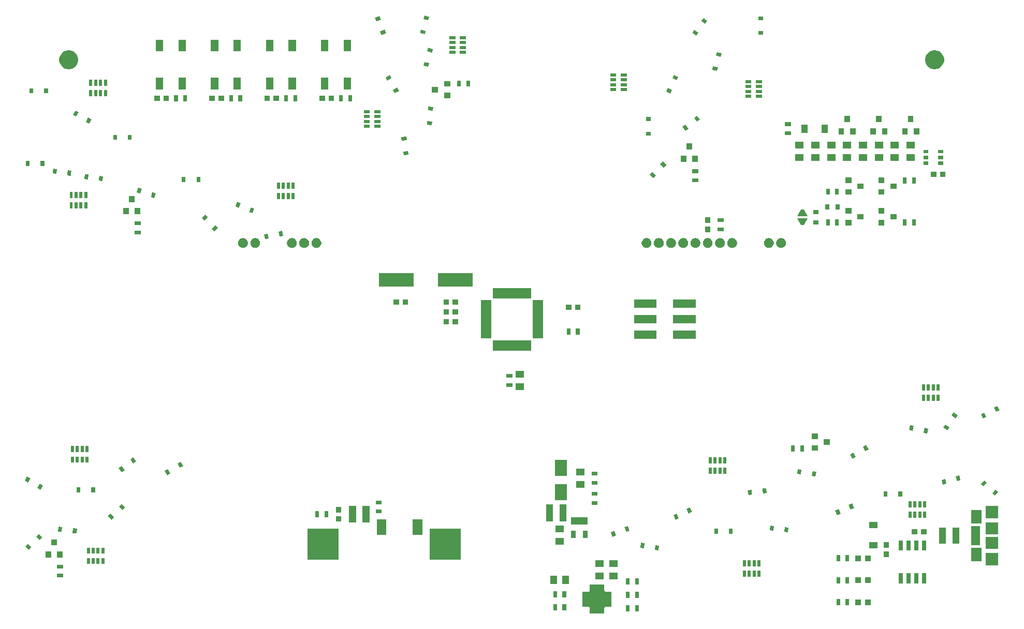
<source format=gbr>
G04 #@! TF.GenerationSoftware,KiCad,Pcbnew,(6.0.0-rc1-dev-557-ge985f797c)*
G04 #@! TF.CreationDate,2019-12-22T20:12:48+01:00*
G04 #@! TF.ProjectId,36C3_Badge_Hardware,333643335F42616467655F4861726477,1.1*
G04 #@! TF.SameCoordinates,Original*
G04 #@! TF.FileFunction,Soldermask,Bot*
G04 #@! TF.FilePolarity,Negative*
%FSLAX46Y46*%
G04 Gerber Fmt 4.6, Leading zero omitted, Abs format (unit mm)*
G04 Created by KiCad (PCBNEW (6.0.0-rc1-dev-557-ge985f797c)) date 12/22/19 20:12:48*
%MOMM*%
%LPD*%
G01*
G04 APERTURE LIST*
%ADD10C,0.100000*%
G04 APERTURE END LIST*
D10*
G36*
X125101000Y-124374000D02*
X125103402Y-124398386D01*
X125110515Y-124421835D01*
X125122066Y-124443446D01*
X125137612Y-124462388D01*
X125156554Y-124477934D01*
X125178165Y-124489485D01*
X125201614Y-124496598D01*
X125203242Y-124496758D01*
X125203402Y-124498386D01*
X125210515Y-124521835D01*
X125222066Y-124543446D01*
X125237612Y-124562388D01*
X125256554Y-124577934D01*
X125278165Y-124589485D01*
X125301614Y-124596598D01*
X125326000Y-124599000D01*
X126281000Y-124599000D01*
X126281000Y-127001000D01*
X125326000Y-127001000D01*
X125301614Y-127003402D01*
X125278165Y-127010515D01*
X125256554Y-127022066D01*
X125237612Y-127037612D01*
X125222066Y-127056554D01*
X125210515Y-127078165D01*
X125203402Y-127101614D01*
X125203242Y-127103242D01*
X125201614Y-127103402D01*
X125178165Y-127110515D01*
X125156554Y-127122066D01*
X125137612Y-127137612D01*
X125122066Y-127156554D01*
X125110515Y-127178165D01*
X125103402Y-127201614D01*
X125101000Y-127226000D01*
X125101000Y-128181000D01*
X122699000Y-128181000D01*
X122699000Y-127226000D01*
X122696598Y-127201614D01*
X122689485Y-127178165D01*
X122677934Y-127156554D01*
X122662388Y-127137612D01*
X122643446Y-127122066D01*
X122621835Y-127110515D01*
X122598386Y-127103402D01*
X122596758Y-127103242D01*
X122596598Y-127101614D01*
X122589485Y-127078165D01*
X122577934Y-127056554D01*
X122562388Y-127037612D01*
X122543446Y-127022066D01*
X122521835Y-127010515D01*
X122498386Y-127003402D01*
X122474000Y-127001000D01*
X121519000Y-127001000D01*
X121519000Y-124599000D01*
X122474000Y-124599000D01*
X122498386Y-124596598D01*
X122521835Y-124589485D01*
X122543446Y-124577934D01*
X122562388Y-124562388D01*
X122577934Y-124543446D01*
X122589485Y-124521835D01*
X122596598Y-124498386D01*
X122596758Y-124496758D01*
X122598386Y-124496598D01*
X122621835Y-124489485D01*
X122643446Y-124477934D01*
X122662388Y-124462388D01*
X122677934Y-124443446D01*
X122689485Y-124421835D01*
X122696598Y-124398386D01*
X122699000Y-124374000D01*
X122699000Y-123419000D01*
X125101000Y-123419000D01*
X125101000Y-124374000D01*
X125101000Y-124374000D01*
G37*
G36*
X130751000Y-127801000D02*
X130149000Y-127801000D01*
X130149000Y-126799000D01*
X130751000Y-126799000D01*
X130751000Y-127801000D01*
X130751000Y-127801000D01*
G37*
G36*
X129251000Y-127801000D02*
X128649000Y-127801000D01*
X128649000Y-126799000D01*
X129251000Y-126799000D01*
X129251000Y-127801000D01*
X129251000Y-127801000D01*
G37*
G36*
X117351000Y-127601000D02*
X116749000Y-127601000D01*
X116749000Y-126599000D01*
X117351000Y-126599000D01*
X117351000Y-127601000D01*
X117351000Y-127601000D01*
G37*
G36*
X118851000Y-127601000D02*
X118249000Y-127601000D01*
X118249000Y-126599000D01*
X118851000Y-126599000D01*
X118851000Y-127601000D01*
X118851000Y-127601000D01*
G37*
G36*
X163651000Y-126801000D02*
X163049000Y-126801000D01*
X163049000Y-125799000D01*
X163651000Y-125799000D01*
X163651000Y-126801000D01*
X163651000Y-126801000D01*
G37*
G36*
X165151000Y-126801000D02*
X164549000Y-126801000D01*
X164549000Y-125799000D01*
X165151000Y-125799000D01*
X165151000Y-126801000D01*
X165151000Y-126801000D01*
G37*
G36*
X167051000Y-126751000D02*
X166149000Y-126751000D01*
X166149000Y-125849000D01*
X167051000Y-125849000D01*
X167051000Y-126751000D01*
X167051000Y-126751000D01*
G37*
G36*
X168651000Y-126751000D02*
X167749000Y-126751000D01*
X167749000Y-125849000D01*
X168651000Y-125849000D01*
X168651000Y-126751000D01*
X168651000Y-126751000D01*
G37*
G36*
X130751000Y-125601000D02*
X130149000Y-125601000D01*
X130149000Y-124599000D01*
X130751000Y-124599000D01*
X130751000Y-125601000D01*
X130751000Y-125601000D01*
G37*
G36*
X129251000Y-125601000D02*
X128649000Y-125601000D01*
X128649000Y-124599000D01*
X129251000Y-124599000D01*
X129251000Y-125601000D01*
X129251000Y-125601000D01*
G37*
G36*
X117351000Y-125501000D02*
X116749000Y-125501000D01*
X116749000Y-124499000D01*
X117351000Y-124499000D01*
X117351000Y-125501000D01*
X117351000Y-125501000D01*
G37*
G36*
X118851000Y-125501000D02*
X118249000Y-125501000D01*
X118249000Y-124499000D01*
X118851000Y-124499000D01*
X118851000Y-125501000D01*
X118851000Y-125501000D01*
G37*
G36*
X130751000Y-123401000D02*
X130149000Y-123401000D01*
X130149000Y-122399000D01*
X130751000Y-122399000D01*
X130751000Y-123401000D01*
X130751000Y-123401000D01*
G37*
G36*
X129251000Y-123401000D02*
X128649000Y-123401000D01*
X128649000Y-122399000D01*
X129251000Y-122399000D01*
X129251000Y-123401000D01*
X129251000Y-123401000D01*
G37*
G36*
X117351000Y-123276000D02*
X116249000Y-123276000D01*
X116249000Y-121924000D01*
X117351000Y-121924000D01*
X117351000Y-123276000D01*
X117351000Y-123276000D01*
G37*
G36*
X119351000Y-123276000D02*
X118249000Y-123276000D01*
X118249000Y-121924000D01*
X119351000Y-121924000D01*
X119351000Y-123276000D01*
X119351000Y-123276000D01*
G37*
G36*
X176486000Y-123226000D02*
X175784000Y-123226000D01*
X175784000Y-121574000D01*
X176486000Y-121574000D01*
X176486000Y-123226000D01*
X176486000Y-123226000D01*
G37*
G36*
X173946000Y-123226000D02*
X173244000Y-123226000D01*
X173244000Y-121574000D01*
X173946000Y-121574000D01*
X173946000Y-123226000D01*
X173946000Y-123226000D01*
G37*
G36*
X175216000Y-123226000D02*
X174514000Y-123226000D01*
X174514000Y-121574000D01*
X175216000Y-121574000D01*
X175216000Y-123226000D01*
X175216000Y-123226000D01*
G37*
G36*
X177756000Y-123226000D02*
X177054000Y-123226000D01*
X177054000Y-121574000D01*
X177756000Y-121574000D01*
X177756000Y-123226000D01*
X177756000Y-123226000D01*
G37*
G36*
X163651000Y-123201000D02*
X163049000Y-123201000D01*
X163049000Y-122199000D01*
X163651000Y-122199000D01*
X163651000Y-123201000D01*
X163651000Y-123201000D01*
G37*
G36*
X165151000Y-123201000D02*
X164549000Y-123201000D01*
X164549000Y-122199000D01*
X165151000Y-122199000D01*
X165151000Y-123201000D01*
X165151000Y-123201000D01*
G37*
G36*
X168651000Y-123151000D02*
X167749000Y-123151000D01*
X167749000Y-122249000D01*
X168651000Y-122249000D01*
X168651000Y-123151000D01*
X168651000Y-123151000D01*
G37*
G36*
X167051000Y-123151000D02*
X166149000Y-123151000D01*
X166149000Y-122249000D01*
X167051000Y-122249000D01*
X167051000Y-123151000D01*
X167051000Y-123151000D01*
G37*
G36*
X124976000Y-122551000D02*
X123624000Y-122551000D01*
X123624000Y-121449000D01*
X124976000Y-121449000D01*
X124976000Y-122551000D01*
X124976000Y-122551000D01*
G37*
G36*
X127276000Y-122551000D02*
X125924000Y-122551000D01*
X125924000Y-121449000D01*
X127276000Y-121449000D01*
X127276000Y-122551000D01*
X127276000Y-122551000D01*
G37*
G36*
X36601000Y-122251000D02*
X35599000Y-122251000D01*
X35599000Y-121649000D01*
X36601000Y-121649000D01*
X36601000Y-122251000D01*
X36601000Y-122251000D01*
G37*
G36*
X148251000Y-122151000D02*
X147749000Y-122151000D01*
X147749000Y-121149000D01*
X148251000Y-121149000D01*
X148251000Y-122151000D01*
X148251000Y-122151000D01*
G37*
G36*
X150651000Y-122151000D02*
X150149000Y-122151000D01*
X150149000Y-121149000D01*
X150651000Y-121149000D01*
X150651000Y-122151000D01*
X150651000Y-122151000D01*
G37*
G36*
X149851000Y-122151000D02*
X149349000Y-122151000D01*
X149349000Y-121149000D01*
X149851000Y-121149000D01*
X149851000Y-122151000D01*
X149851000Y-122151000D01*
G37*
G36*
X149051000Y-122151000D02*
X148549000Y-122151000D01*
X148549000Y-121149000D01*
X149051000Y-121149000D01*
X149051000Y-122151000D01*
X149051000Y-122151000D01*
G37*
G36*
X36601000Y-120751000D02*
X35599000Y-120751000D01*
X35599000Y-120149000D01*
X36601000Y-120149000D01*
X36601000Y-120751000D01*
X36601000Y-120751000D01*
G37*
G36*
X127276000Y-120551000D02*
X125924000Y-120551000D01*
X125924000Y-119449000D01*
X127276000Y-119449000D01*
X127276000Y-120551000D01*
X127276000Y-120551000D01*
G37*
G36*
X124976000Y-120551000D02*
X123624000Y-120551000D01*
X123624000Y-119449000D01*
X124976000Y-119449000D01*
X124976000Y-120551000D01*
X124976000Y-120551000D01*
G37*
G36*
X149851000Y-120451000D02*
X149349000Y-120451000D01*
X149349000Y-119449000D01*
X149851000Y-119449000D01*
X149851000Y-120451000D01*
X149851000Y-120451000D01*
G37*
G36*
X149051000Y-120451000D02*
X148549000Y-120451000D01*
X148549000Y-119449000D01*
X149051000Y-119449000D01*
X149051000Y-120451000D01*
X149051000Y-120451000D01*
G37*
G36*
X148251000Y-120451000D02*
X147749000Y-120451000D01*
X147749000Y-119449000D01*
X148251000Y-119449000D01*
X148251000Y-120451000D01*
X148251000Y-120451000D01*
G37*
G36*
X150651000Y-120451000D02*
X150149000Y-120451000D01*
X150149000Y-119449000D01*
X150651000Y-119449000D01*
X150651000Y-120451000D01*
X150651000Y-120451000D01*
G37*
G36*
X189501000Y-120251000D02*
X187499000Y-120251000D01*
X187499000Y-118249000D01*
X189501000Y-118249000D01*
X189501000Y-120251000D01*
X189501000Y-120251000D01*
G37*
G36*
X40951000Y-120051000D02*
X40449000Y-120051000D01*
X40449000Y-119049000D01*
X40951000Y-119049000D01*
X40951000Y-120051000D01*
X40951000Y-120051000D01*
G37*
G36*
X42551000Y-120051000D02*
X42049000Y-120051000D01*
X42049000Y-119049000D01*
X42551000Y-119049000D01*
X42551000Y-120051000D01*
X42551000Y-120051000D01*
G37*
G36*
X41751000Y-120051000D02*
X41249000Y-120051000D01*
X41249000Y-119049000D01*
X41751000Y-119049000D01*
X41751000Y-120051000D01*
X41751000Y-120051000D01*
G37*
G36*
X43351000Y-120051000D02*
X42849000Y-120051000D01*
X42849000Y-119049000D01*
X43351000Y-119049000D01*
X43351000Y-120051000D01*
X43351000Y-120051000D01*
G37*
G36*
X186801000Y-119601000D02*
X185099000Y-119601000D01*
X185099000Y-117399000D01*
X186801000Y-117399000D01*
X186801000Y-119601000D01*
X186801000Y-119601000D01*
G37*
G36*
X163651000Y-119601000D02*
X163049000Y-119601000D01*
X163049000Y-118599000D01*
X163651000Y-118599000D01*
X163651000Y-119601000D01*
X163651000Y-119601000D01*
G37*
G36*
X165151000Y-119601000D02*
X164549000Y-119601000D01*
X164549000Y-118599000D01*
X165151000Y-118599000D01*
X165151000Y-119601000D01*
X165151000Y-119601000D01*
G37*
G36*
X167051000Y-119551000D02*
X166149000Y-119551000D01*
X166149000Y-118649000D01*
X167051000Y-118649000D01*
X167051000Y-119551000D01*
X167051000Y-119551000D01*
G37*
G36*
X168651000Y-119551000D02*
X167749000Y-119551000D01*
X167749000Y-118649000D01*
X168651000Y-118649000D01*
X168651000Y-119551000D01*
X168651000Y-119551000D01*
G37*
G36*
X101651000Y-119351000D02*
X96549000Y-119351000D01*
X96549000Y-114249000D01*
X101651000Y-114249000D01*
X101651000Y-119351000D01*
X101651000Y-119351000D01*
G37*
G36*
X81651000Y-119351000D02*
X76549000Y-119351000D01*
X76549000Y-114249000D01*
X81651000Y-114249000D01*
X81651000Y-119351000D01*
X81651000Y-119351000D01*
G37*
G36*
X36501000Y-119001000D02*
X35599000Y-119001000D01*
X35599000Y-117999000D01*
X36501000Y-117999000D01*
X36501000Y-119001000D01*
X36501000Y-119001000D01*
G37*
G36*
X34601000Y-119001000D02*
X33699000Y-119001000D01*
X33699000Y-117999000D01*
X34601000Y-117999000D01*
X34601000Y-119001000D01*
X34601000Y-119001000D01*
G37*
G36*
X171626000Y-118901000D02*
X170774000Y-118901000D01*
X170774000Y-117999000D01*
X171626000Y-117999000D01*
X171626000Y-118901000D01*
X171626000Y-118901000D01*
G37*
G36*
X42551000Y-118351000D02*
X42049000Y-118351000D01*
X42049000Y-117349000D01*
X42551000Y-117349000D01*
X42551000Y-118351000D01*
X42551000Y-118351000D01*
G37*
G36*
X40951000Y-118351000D02*
X40449000Y-118351000D01*
X40449000Y-117349000D01*
X40951000Y-117349000D01*
X40951000Y-118351000D01*
X40951000Y-118351000D01*
G37*
G36*
X43351000Y-118351000D02*
X42849000Y-118351000D01*
X42849000Y-117349000D01*
X43351000Y-117349000D01*
X43351000Y-118351000D01*
X43351000Y-118351000D01*
G37*
G36*
X41751000Y-118351000D02*
X41249000Y-118351000D01*
X41249000Y-117349000D01*
X41751000Y-117349000D01*
X41751000Y-118351000D01*
X41751000Y-118351000D01*
G37*
G36*
X134045251Y-117038745D02*
X133919790Y-117830871D01*
X133325201Y-117736697D01*
X133450662Y-116944571D01*
X134045251Y-117038745D01*
X134045251Y-117038745D01*
G37*
G36*
X173946000Y-117826000D02*
X173244000Y-117826000D01*
X173244000Y-116174000D01*
X173946000Y-116174000D01*
X173946000Y-117826000D01*
X173946000Y-117826000D01*
G37*
G36*
X177756000Y-117826000D02*
X177054000Y-117826000D01*
X177054000Y-116174000D01*
X177756000Y-116174000D01*
X177756000Y-117826000D01*
X177756000Y-117826000D01*
G37*
G36*
X176486000Y-117826000D02*
X175784000Y-117826000D01*
X175784000Y-116174000D01*
X176486000Y-116174000D01*
X176486000Y-117826000D01*
X176486000Y-117826000D01*
G37*
G36*
X175216000Y-117826000D02*
X174514000Y-117826000D01*
X174514000Y-116174000D01*
X175216000Y-116174000D01*
X175216000Y-117826000D01*
X175216000Y-117826000D01*
G37*
G36*
X31400234Y-117299550D02*
X30952861Y-117702367D01*
X30416218Y-117106364D01*
X30863591Y-116703547D01*
X31400234Y-117299550D01*
X31400234Y-117299550D01*
G37*
G36*
X189501000Y-117601000D02*
X187499000Y-117601000D01*
X187499000Y-115599000D01*
X189501000Y-115599000D01*
X189501000Y-117601000D01*
X189501000Y-117601000D01*
G37*
G36*
X131674799Y-116663303D02*
X131549338Y-117455429D01*
X130954749Y-117361255D01*
X131080210Y-116569129D01*
X131674799Y-116663303D01*
X131674799Y-116663303D01*
G37*
G36*
X169751000Y-117451000D02*
X168449000Y-117451000D01*
X168449000Y-116449000D01*
X169751000Y-116449000D01*
X169751000Y-117451000D01*
X169751000Y-117451000D01*
G37*
G36*
X171626000Y-117401000D02*
X170774000Y-117401000D01*
X170774000Y-116499000D01*
X171626000Y-116499000D01*
X171626000Y-117401000D01*
X171626000Y-117401000D01*
G37*
G36*
X35551000Y-117001000D02*
X34649000Y-117001000D01*
X34649000Y-115999000D01*
X35551000Y-115999000D01*
X35551000Y-117001000D01*
X35551000Y-117001000D01*
G37*
G36*
X186551000Y-116951000D02*
X185099000Y-116951000D01*
X185099000Y-113849000D01*
X186551000Y-113849000D01*
X186551000Y-116951000D01*
X186551000Y-116951000D01*
G37*
G36*
X118476000Y-116851000D02*
X117124000Y-116851000D01*
X117124000Y-115749000D01*
X118476000Y-115749000D01*
X118476000Y-116851000D01*
X118476000Y-116851000D01*
G37*
G36*
X183181000Y-116726000D02*
X182019000Y-116726000D01*
X182019000Y-114074000D01*
X183181000Y-114074000D01*
X183181000Y-116726000D01*
X183181000Y-116726000D01*
G37*
G36*
X180981000Y-116726000D02*
X179819000Y-116726000D01*
X179819000Y-114074000D01*
X180981000Y-114074000D01*
X180981000Y-116726000D01*
X180981000Y-116726000D01*
G37*
G36*
X33183782Y-115693636D02*
X32736409Y-116096453D01*
X32199766Y-115500450D01*
X32647139Y-115097633D01*
X33183782Y-115693636D01*
X33183782Y-115693636D01*
G37*
G36*
X122326000Y-115781000D02*
X121574000Y-115781000D01*
X121574000Y-114619000D01*
X122326000Y-114619000D01*
X122326000Y-115781000D01*
X122326000Y-115781000D01*
G37*
G36*
X120426000Y-115781000D02*
X119674000Y-115781000D01*
X119674000Y-114619000D01*
X120426000Y-114619000D01*
X120426000Y-115781000D01*
X120426000Y-115781000D01*
G37*
G36*
X126992367Y-115384293D02*
X126426672Y-115590189D01*
X126152371Y-114836555D01*
X126718066Y-114630659D01*
X126992367Y-115384293D01*
X126992367Y-115384293D01*
G37*
G36*
X89426000Y-115251000D02*
X87874000Y-115251000D01*
X87874000Y-112749000D01*
X89426000Y-112749000D01*
X89426000Y-115251000D01*
X89426000Y-115251000D01*
G37*
G36*
X95326000Y-115251000D02*
X93774000Y-115251000D01*
X93774000Y-112749000D01*
X95326000Y-112749000D01*
X95326000Y-115251000D01*
X95326000Y-115251000D01*
G37*
G36*
X176301000Y-115226000D02*
X175399000Y-115226000D01*
X175399000Y-114374000D01*
X176301000Y-114374000D01*
X176301000Y-115226000D01*
X176301000Y-115226000D01*
G37*
G36*
X177801000Y-115226000D02*
X176899000Y-115226000D01*
X176899000Y-114374000D01*
X177801000Y-114374000D01*
X177801000Y-115226000D01*
X177801000Y-115226000D01*
G37*
G36*
X189501000Y-115201000D02*
X187499000Y-115201000D01*
X187499000Y-113199000D01*
X189501000Y-113199000D01*
X189501000Y-115201000D01*
X189501000Y-115201000D01*
G37*
G36*
X146101000Y-115101000D02*
X145499000Y-115101000D01*
X145499000Y-114299000D01*
X146101000Y-114299000D01*
X146101000Y-115101000D01*
X146101000Y-115101000D01*
G37*
G36*
X143701000Y-115101000D02*
X143099000Y-115101000D01*
X143099000Y-114299000D01*
X143701000Y-114299000D01*
X143701000Y-115101000D01*
X143701000Y-115101000D01*
G37*
G36*
X38834693Y-114258094D02*
X38750861Y-115055700D01*
X38750861Y-115055701D01*
X38152159Y-114992774D01*
X38235991Y-114195167D01*
X38834693Y-114258094D01*
X38834693Y-114258094D01*
G37*
G36*
X155234693Y-114058094D02*
X155156208Y-114804832D01*
X155150861Y-114855700D01*
X155150861Y-114855701D01*
X154552159Y-114792774D01*
X154635991Y-113995167D01*
X155234693Y-114058094D01*
X155234693Y-114058094D01*
G37*
G36*
X118476000Y-114851000D02*
X117124000Y-114851000D01*
X117124000Y-113749000D01*
X118476000Y-113749000D01*
X118476000Y-114851000D01*
X118476000Y-114851000D01*
G37*
G36*
X36447841Y-114007226D02*
X36375133Y-114699000D01*
X36364009Y-114804832D01*
X36364009Y-114804833D01*
X35765307Y-114741906D01*
X35849139Y-113944299D01*
X36447841Y-114007226D01*
X36447841Y-114007226D01*
G37*
G36*
X129247629Y-114563445D02*
X128681934Y-114769341D01*
X128407633Y-114015707D01*
X128973328Y-113809811D01*
X129247629Y-114563445D01*
X129247629Y-114563445D01*
G37*
G36*
X152847841Y-113807226D02*
X152775133Y-114499000D01*
X152764009Y-114604832D01*
X152764009Y-114604833D01*
X152165307Y-114541906D01*
X152249139Y-113744299D01*
X152847841Y-113807226D01*
X152847841Y-113807226D01*
G37*
G36*
X169751000Y-114151000D02*
X168449000Y-114151000D01*
X168449000Y-113149000D01*
X169751000Y-113149000D01*
X169751000Y-114151000D01*
X169751000Y-114151000D01*
G37*
G36*
X122326000Y-113581000D02*
X119674000Y-113581000D01*
X119674000Y-112419000D01*
X122326000Y-112419000D01*
X122326000Y-113581000D01*
X122326000Y-113581000D01*
G37*
G36*
X186801000Y-113401000D02*
X185099000Y-113401000D01*
X185099000Y-111199000D01*
X186801000Y-111199000D01*
X186801000Y-113401000D01*
X186801000Y-113401000D01*
G37*
G36*
X84481000Y-113226000D02*
X83319000Y-113226000D01*
X83319000Y-110574000D01*
X84481000Y-110574000D01*
X84481000Y-113226000D01*
X84481000Y-113226000D01*
G37*
G36*
X86681000Y-113226000D02*
X85519000Y-113226000D01*
X85519000Y-110574000D01*
X86681000Y-110574000D01*
X86681000Y-113226000D01*
X86681000Y-113226000D01*
G37*
G36*
X116651000Y-113101000D02*
X115549000Y-113101000D01*
X115549000Y-110299000D01*
X116651000Y-110299000D01*
X116651000Y-113101000D01*
X116651000Y-113101000D01*
G37*
G36*
X118851000Y-113101000D02*
X117749000Y-113101000D01*
X117749000Y-110299000D01*
X118851000Y-110299000D01*
X118851000Y-113101000D01*
X118851000Y-113101000D01*
G37*
G36*
X82026000Y-113101000D02*
X81174000Y-113101000D01*
X81174000Y-112199000D01*
X82026000Y-112199000D01*
X82026000Y-113101000D01*
X82026000Y-113101000D01*
G37*
G36*
X137267771Y-112554512D02*
X136726697Y-112818412D01*
X136375123Y-112097578D01*
X136916197Y-111833678D01*
X137267771Y-112554512D01*
X137267771Y-112554512D01*
G37*
G36*
X44884596Y-112392436D02*
X44430261Y-112787383D01*
X43904102Y-112182106D01*
X44358437Y-111787159D01*
X44884596Y-112392436D01*
X44884596Y-112392436D01*
G37*
G36*
X189501000Y-112551000D02*
X187499000Y-112551000D01*
X187499000Y-110549000D01*
X189501000Y-110549000D01*
X189501000Y-112551000D01*
X189501000Y-112551000D01*
G37*
G36*
X177751000Y-112451000D02*
X177249000Y-112451000D01*
X177249000Y-111449000D01*
X177751000Y-111449000D01*
X177751000Y-112451000D01*
X177751000Y-112451000D01*
G37*
G36*
X175351000Y-112451000D02*
X174849000Y-112451000D01*
X174849000Y-111449000D01*
X175351000Y-111449000D01*
X175351000Y-112451000D01*
X175351000Y-112451000D01*
G37*
G36*
X176951000Y-112451000D02*
X176449000Y-112451000D01*
X176449000Y-111449000D01*
X176951000Y-111449000D01*
X176951000Y-112451000D01*
X176951000Y-112451000D01*
G37*
G36*
X176151000Y-112451000D02*
X175649000Y-112451000D01*
X175649000Y-111449000D01*
X176151000Y-111449000D01*
X176151000Y-112451000D01*
X176151000Y-112451000D01*
G37*
G36*
X79951000Y-112401000D02*
X79349000Y-112401000D01*
X79349000Y-111399000D01*
X79951000Y-111399000D01*
X79951000Y-112401000D01*
X79951000Y-112401000D01*
G37*
G36*
X78451000Y-112401000D02*
X77849000Y-112401000D01*
X77849000Y-111399000D01*
X78451000Y-111399000D01*
X78451000Y-112401000D01*
X78451000Y-112401000D01*
G37*
G36*
X163729150Y-111820389D02*
X163175005Y-112055610D01*
X162861638Y-111317365D01*
X163415783Y-111082144D01*
X163729150Y-111820389D01*
X163729150Y-111820389D01*
G37*
G36*
X139424877Y-111502422D02*
X138883803Y-111766322D01*
X138532229Y-111045488D01*
X139073303Y-110781588D01*
X139424877Y-111502422D01*
X139424877Y-111502422D01*
G37*
G36*
X88701000Y-111751000D02*
X87699000Y-111751000D01*
X87699000Y-111149000D01*
X88701000Y-111149000D01*
X88701000Y-111751000D01*
X88701000Y-111751000D01*
G37*
G36*
X82026000Y-111601000D02*
X81174000Y-111601000D01*
X81174000Y-110699000D01*
X82026000Y-110699000D01*
X82026000Y-111601000D01*
X82026000Y-111601000D01*
G37*
G36*
X46695898Y-110817894D02*
X46241563Y-111212841D01*
X45715404Y-110607564D01*
X46169739Y-110212617D01*
X46695898Y-110817894D01*
X46695898Y-110817894D01*
G37*
G36*
X165938362Y-110882635D02*
X165384217Y-111117856D01*
X165070850Y-110379611D01*
X165624995Y-110144390D01*
X165938362Y-110882635D01*
X165938362Y-110882635D01*
G37*
G36*
X176151000Y-110751000D02*
X175649000Y-110751000D01*
X175649000Y-109749000D01*
X176151000Y-109749000D01*
X176151000Y-110751000D01*
X176151000Y-110751000D01*
G37*
G36*
X175351000Y-110751000D02*
X174849000Y-110751000D01*
X174849000Y-109749000D01*
X175351000Y-109749000D01*
X175351000Y-110751000D01*
X175351000Y-110751000D01*
G37*
G36*
X177751000Y-110751000D02*
X177249000Y-110751000D01*
X177249000Y-109749000D01*
X177751000Y-109749000D01*
X177751000Y-110751000D01*
X177751000Y-110751000D01*
G37*
G36*
X176951000Y-110751000D02*
X176449000Y-110751000D01*
X176449000Y-109749000D01*
X176951000Y-109749000D01*
X176951000Y-110751000D01*
X176951000Y-110751000D01*
G37*
G36*
X124001000Y-110351000D02*
X122999000Y-110351000D01*
X122999000Y-109749000D01*
X124001000Y-109749000D01*
X124001000Y-110351000D01*
X124001000Y-110351000D01*
G37*
G36*
X88701000Y-110251000D02*
X87699000Y-110251000D01*
X87699000Y-109649000D01*
X88701000Y-109649000D01*
X88701000Y-110251000D01*
X88701000Y-110251000D01*
G37*
G36*
X118951000Y-109601000D02*
X117049000Y-109601000D01*
X117049000Y-106999000D01*
X118951000Y-106999000D01*
X118951000Y-109601000D01*
X118951000Y-109601000D01*
G37*
G36*
X173801000Y-109001000D02*
X173199000Y-109001000D01*
X173199000Y-108199000D01*
X173801000Y-108199000D01*
X173801000Y-109001000D01*
X173801000Y-109001000D01*
G37*
G36*
X171401000Y-109001000D02*
X170799000Y-109001000D01*
X170799000Y-108199000D01*
X171401000Y-108199000D01*
X171401000Y-109001000D01*
X171401000Y-109001000D01*
G37*
G36*
X189212525Y-107984914D02*
X189518854Y-108232974D01*
X189014139Y-108856245D01*
X189014138Y-108856245D01*
X188780217Y-108666819D01*
X188546296Y-108477394D01*
X189051011Y-107854123D01*
X189051012Y-107854123D01*
X189212525Y-107984914D01*
X189212525Y-107984914D01*
G37*
G36*
X124001000Y-108851000D02*
X122999000Y-108851000D01*
X122999000Y-108249000D01*
X124001000Y-108249000D01*
X124001000Y-108851000D01*
X124001000Y-108851000D01*
G37*
G36*
X149229667Y-108488451D02*
X149256571Y-108707572D01*
X148659058Y-108780937D01*
X148561319Y-107984915D01*
X148561319Y-107984914D01*
X149158832Y-107911549D01*
X149229667Y-108488451D01*
X149229667Y-108488451D01*
G37*
G36*
X151638681Y-108415086D02*
X151041168Y-108488451D01*
X150979342Y-107984914D01*
X150943429Y-107692429D01*
X150943429Y-107692428D01*
X151540942Y-107619063D01*
X151638681Y-108415086D01*
X151638681Y-108415086D01*
G37*
G36*
X41801000Y-108301000D02*
X41199000Y-108301000D01*
X41199000Y-107499000D01*
X41801000Y-107499000D01*
X41801000Y-108301000D01*
X41801000Y-108301000D01*
G37*
G36*
X39401000Y-108301000D02*
X38799000Y-108301000D01*
X38799000Y-107499000D01*
X39401000Y-107499000D01*
X39401000Y-108301000D01*
X39401000Y-108301000D01*
G37*
G36*
X33300404Y-107203224D02*
X32899404Y-107897776D01*
X32378056Y-107596776D01*
X32779056Y-106902224D01*
X33300404Y-107203224D01*
X33300404Y-107203224D01*
G37*
G36*
X121876000Y-107551000D02*
X120524000Y-107551000D01*
X120524000Y-106449000D01*
X121876000Y-106449000D01*
X121876000Y-107551000D01*
X121876000Y-107551000D01*
G37*
G36*
X187251337Y-106396776D02*
X187653704Y-106722606D01*
X187148989Y-107345877D01*
X187148988Y-107345877D01*
X186815501Y-107075824D01*
X186681146Y-106967026D01*
X187185861Y-106343755D01*
X187185862Y-106343755D01*
X187251337Y-106396776D01*
X187251337Y-106396776D01*
G37*
G36*
X181035419Y-106920015D02*
X180453932Y-107075824D01*
X180246359Y-106301151D01*
X180827846Y-106145342D01*
X181035419Y-106920015D01*
X181035419Y-106920015D01*
G37*
G36*
X124001000Y-107051000D02*
X122999000Y-107051000D01*
X122999000Y-106449000D01*
X124001000Y-106449000D01*
X124001000Y-107051000D01*
X124001000Y-107051000D01*
G37*
G36*
X31221944Y-106003224D02*
X30820944Y-106697776D01*
X30299596Y-106396776D01*
X30700596Y-105702224D01*
X31221944Y-106003224D01*
X31221944Y-106003224D01*
G37*
G36*
X183353641Y-106298849D02*
X182772154Y-106454658D01*
X182564581Y-105679985D01*
X183146068Y-105524176D01*
X183353641Y-106298849D01*
X183353641Y-106298849D01*
G37*
G36*
X159742200Y-104911801D02*
X159742200Y-104911802D01*
X159742201Y-104911802D01*
X159630584Y-105705997D01*
X159034444Y-105622215D01*
X159034444Y-105622214D01*
X159034443Y-105622214D01*
X159146060Y-104828019D01*
X159742200Y-104911801D01*
X159742200Y-104911801D01*
G37*
G36*
X118951000Y-105601000D02*
X117049000Y-105601000D01*
X117049000Y-102999000D01*
X118951000Y-102999000D01*
X118951000Y-105601000D01*
X118951000Y-105601000D01*
G37*
G36*
X124001000Y-105551000D02*
X122999000Y-105551000D01*
X122999000Y-104949000D01*
X124001000Y-104949000D01*
X124001000Y-105551000D01*
X124001000Y-105551000D01*
G37*
G36*
X121876000Y-105551000D02*
X120524000Y-105551000D01*
X120524000Y-104449000D01*
X121876000Y-104449000D01*
X121876000Y-105551000D01*
X121876000Y-105551000D01*
G37*
G36*
X54121944Y-105196776D02*
X53600596Y-105497776D01*
X53199596Y-104803224D01*
X53720944Y-104502224D01*
X54121944Y-105196776D01*
X54121944Y-105196776D01*
G37*
G36*
X157365556Y-104577785D02*
X157365556Y-104577786D01*
X157365557Y-104577786D01*
X157253940Y-105371981D01*
X156657800Y-105288199D01*
X156657800Y-105288198D01*
X156657799Y-105288198D01*
X156769416Y-104494003D01*
X157365556Y-104577785D01*
X157365556Y-104577785D01*
G37*
G36*
X143451000Y-105251000D02*
X142949000Y-105251000D01*
X142949000Y-104249000D01*
X143451000Y-104249000D01*
X143451000Y-105251000D01*
X143451000Y-105251000D01*
G37*
G36*
X142651000Y-105251000D02*
X142149000Y-105251000D01*
X142149000Y-104249000D01*
X142651000Y-104249000D01*
X142651000Y-105251000D01*
X142651000Y-105251000D01*
G37*
G36*
X145051000Y-105251000D02*
X144549000Y-105251000D01*
X144549000Y-104249000D01*
X145051000Y-104249000D01*
X145051000Y-105251000D01*
X145051000Y-105251000D01*
G37*
G36*
X144251000Y-105251000D02*
X143749000Y-105251000D01*
X143749000Y-104249000D01*
X144251000Y-104249000D01*
X144251000Y-105251000D01*
X144251000Y-105251000D01*
G37*
G36*
X46623354Y-104661284D02*
X46623354Y-104661285D01*
X46142576Y-105023577D01*
X45659920Y-104383072D01*
X45659920Y-104383071D01*
X46140698Y-104020779D01*
X46623354Y-104661284D01*
X46623354Y-104661284D01*
G37*
G36*
X56200404Y-103996776D02*
X55679056Y-104297776D01*
X55278056Y-103603224D01*
X55799404Y-103302224D01*
X56200404Y-103996776D01*
X56200404Y-103996776D01*
G37*
G36*
X48540080Y-103216928D02*
X48540080Y-103216929D01*
X48059302Y-103579221D01*
X47576646Y-102938716D01*
X47576646Y-102938715D01*
X48057424Y-102576423D01*
X48540080Y-103216928D01*
X48540080Y-103216928D01*
G37*
G36*
X142651000Y-103551000D02*
X142149000Y-103551000D01*
X142149000Y-102549000D01*
X142651000Y-102549000D01*
X142651000Y-103551000D01*
X142651000Y-103551000D01*
G37*
G36*
X144251000Y-103551000D02*
X143749000Y-103551000D01*
X143749000Y-102549000D01*
X144251000Y-102549000D01*
X144251000Y-103551000D01*
X144251000Y-103551000D01*
G37*
G36*
X143451000Y-103551000D02*
X142949000Y-103551000D01*
X142949000Y-102549000D01*
X143451000Y-102549000D01*
X143451000Y-103551000D01*
X143451000Y-103551000D01*
G37*
G36*
X145051000Y-103551000D02*
X144549000Y-103551000D01*
X144549000Y-102549000D01*
X145051000Y-102549000D01*
X145051000Y-103551000D01*
X145051000Y-103551000D01*
G37*
G36*
X40751000Y-103451000D02*
X40249000Y-103451000D01*
X40249000Y-102449000D01*
X40751000Y-102449000D01*
X40751000Y-103451000D01*
X40751000Y-103451000D01*
G37*
G36*
X39951000Y-103451000D02*
X39449000Y-103451000D01*
X39449000Y-102449000D01*
X39951000Y-102449000D01*
X39951000Y-103451000D01*
X39951000Y-103451000D01*
G37*
G36*
X39151000Y-103451000D02*
X38649000Y-103451000D01*
X38649000Y-102449000D01*
X39151000Y-102449000D01*
X39151000Y-103451000D01*
X39151000Y-103451000D01*
G37*
G36*
X38351000Y-103451000D02*
X37849000Y-103451000D01*
X37849000Y-102449000D01*
X38351000Y-102449000D01*
X38351000Y-103451000D01*
X38351000Y-103451000D01*
G37*
G36*
X166235937Y-102506744D02*
X165719922Y-102816797D01*
X165306861Y-102129348D01*
X165822876Y-101819295D01*
X166235937Y-102506744D01*
X166235937Y-102506744D01*
G37*
G36*
X39951000Y-101751000D02*
X39449000Y-101751000D01*
X39449000Y-100749000D01*
X39951000Y-100749000D01*
X39951000Y-101751000D01*
X39951000Y-101751000D01*
G37*
G36*
X38351000Y-101751000D02*
X37849000Y-101751000D01*
X37849000Y-100749000D01*
X38351000Y-100749000D01*
X38351000Y-101751000D01*
X38351000Y-101751000D01*
G37*
G36*
X40751000Y-101751000D02*
X40249000Y-101751000D01*
X40249000Y-100749000D01*
X40751000Y-100749000D01*
X40751000Y-101751000D01*
X40751000Y-101751000D01*
G37*
G36*
X39151000Y-101751000D02*
X38649000Y-101751000D01*
X38649000Y-100749000D01*
X39151000Y-100749000D01*
X39151000Y-101751000D01*
X39151000Y-101751000D01*
G37*
G36*
X157751000Y-101601000D02*
X157149000Y-101601000D01*
X157149000Y-100599000D01*
X157751000Y-100599000D01*
X157751000Y-101601000D01*
X157751000Y-101601000D01*
G37*
G36*
X156251000Y-101601000D02*
X155649000Y-101601000D01*
X155649000Y-100599000D01*
X156251000Y-100599000D01*
X156251000Y-101601000D01*
X156251000Y-101601000D01*
G37*
G36*
X168293139Y-101270652D02*
X167777124Y-101580705D01*
X167364063Y-100893256D01*
X167880078Y-100583203D01*
X168293139Y-101270652D01*
X168293139Y-101270652D01*
G37*
G36*
X160001000Y-101501000D02*
X158999000Y-101501000D01*
X158999000Y-100599000D01*
X160001000Y-100599000D01*
X160001000Y-101501000D01*
X160001000Y-101501000D01*
G37*
G36*
X162001000Y-100551000D02*
X160999000Y-100551000D01*
X160999000Y-99649000D01*
X162001000Y-99649000D01*
X162001000Y-100551000D01*
X162001000Y-100551000D01*
G37*
G36*
X160001000Y-99601000D02*
X158999000Y-99601000D01*
X158999000Y-98699000D01*
X160001000Y-98699000D01*
X160001000Y-99601000D01*
X160001000Y-99601000D01*
G37*
G36*
X178049938Y-97892772D02*
X177896909Y-98680038D01*
X177305968Y-98565170D01*
X177458997Y-97777904D01*
X178049938Y-97892772D01*
X178049938Y-97892772D01*
G37*
G36*
X175694032Y-97434830D02*
X175541003Y-98222096D01*
X174950062Y-98107228D01*
X175103091Y-97319962D01*
X175694032Y-97434830D01*
X175694032Y-97434830D01*
G37*
G36*
X181512835Y-97666421D02*
X181167541Y-98159551D01*
X180510581Y-97699543D01*
X180855875Y-97206413D01*
X181512835Y-97666421D01*
X181512835Y-97666421D01*
G37*
G36*
X187581035Y-95965431D02*
X187044649Y-96238734D01*
X186680549Y-95524147D01*
X187216935Y-95250844D01*
X187581035Y-95965431D01*
X187581035Y-95965431D01*
G37*
G36*
X182889419Y-95700457D02*
X182544125Y-96193587D01*
X181887165Y-95733579D01*
X182232459Y-95240449D01*
X182889419Y-95700457D01*
X182889419Y-95700457D01*
G37*
G36*
X189719451Y-94875853D02*
X189183065Y-95149156D01*
X188818965Y-94434569D01*
X189355351Y-94161266D01*
X189719451Y-94875853D01*
X189719451Y-94875853D01*
G37*
G36*
X179951000Y-93351000D02*
X179449000Y-93351000D01*
X179449000Y-92349000D01*
X179951000Y-92349000D01*
X179951000Y-93351000D01*
X179951000Y-93351000D01*
G37*
G36*
X178351000Y-93351000D02*
X177849000Y-93351000D01*
X177849000Y-92349000D01*
X178351000Y-92349000D01*
X178351000Y-93351000D01*
X178351000Y-93351000D01*
G37*
G36*
X179151000Y-93351000D02*
X178649000Y-93351000D01*
X178649000Y-92349000D01*
X179151000Y-92349000D01*
X179151000Y-93351000D01*
X179151000Y-93351000D01*
G37*
G36*
X177551000Y-93351000D02*
X177049000Y-93351000D01*
X177049000Y-92349000D01*
X177551000Y-92349000D01*
X177551000Y-93351000D01*
X177551000Y-93351000D01*
G37*
G36*
X178351000Y-91651000D02*
X177849000Y-91651000D01*
X177849000Y-90649000D01*
X178351000Y-90649000D01*
X178351000Y-91651000D01*
X178351000Y-91651000D01*
G37*
G36*
X179951000Y-91651000D02*
X179449000Y-91651000D01*
X179449000Y-90649000D01*
X179951000Y-90649000D01*
X179951000Y-91651000D01*
X179951000Y-91651000D01*
G37*
G36*
X179151000Y-91651000D02*
X178649000Y-91651000D01*
X178649000Y-90649000D01*
X179151000Y-90649000D01*
X179151000Y-91651000D01*
X179151000Y-91651000D01*
G37*
G36*
X177551000Y-91651000D02*
X177049000Y-91651000D01*
X177049000Y-90649000D01*
X177551000Y-90649000D01*
X177551000Y-91651000D01*
X177551000Y-91651000D01*
G37*
G36*
X111976000Y-91551000D02*
X110624000Y-91551000D01*
X110624000Y-90449000D01*
X111976000Y-90449000D01*
X111976000Y-91551000D01*
X111976000Y-91551000D01*
G37*
G36*
X110101000Y-91051000D02*
X109099000Y-91051000D01*
X109099000Y-90449000D01*
X110101000Y-90449000D01*
X110101000Y-91051000D01*
X110101000Y-91051000D01*
G37*
G36*
X110101000Y-89551000D02*
X109099000Y-89551000D01*
X109099000Y-88949000D01*
X110101000Y-88949000D01*
X110101000Y-89551000D01*
X110101000Y-89551000D01*
G37*
G36*
X111976000Y-89551000D02*
X110624000Y-89551000D01*
X110624000Y-88449000D01*
X111976000Y-88449000D01*
X111976000Y-89551000D01*
X111976000Y-89551000D01*
G37*
G36*
X113126000Y-85101000D02*
X106874000Y-85101000D01*
X106874000Y-83399000D01*
X113126000Y-83399000D01*
X113126000Y-85101000D01*
X113126000Y-85101000D01*
G37*
G36*
X140051000Y-83226000D02*
X136349000Y-83226000D01*
X136349000Y-81854000D01*
X140051000Y-81854000D01*
X140051000Y-83226000D01*
X140051000Y-83226000D01*
G37*
G36*
X133651000Y-83226000D02*
X129949000Y-83226000D01*
X129949000Y-81854000D01*
X133651000Y-81854000D01*
X133651000Y-83226000D01*
X133651000Y-83226000D01*
G37*
G36*
X115101000Y-83126000D02*
X113399000Y-83126000D01*
X113399000Y-76874000D01*
X115101000Y-76874000D01*
X115101000Y-83126000D01*
X115101000Y-83126000D01*
G37*
G36*
X106601000Y-83126000D02*
X104899000Y-83126000D01*
X104899000Y-76874000D01*
X106601000Y-76874000D01*
X106601000Y-83126000D01*
X106601000Y-83126000D01*
G37*
G36*
X121051000Y-82501000D02*
X120449000Y-82501000D01*
X120449000Y-81499000D01*
X121051000Y-81499000D01*
X121051000Y-82501000D01*
X121051000Y-82501000D01*
G37*
G36*
X119551000Y-82501000D02*
X118949000Y-82501000D01*
X118949000Y-81499000D01*
X119551000Y-81499000D01*
X119551000Y-82501000D01*
X119551000Y-82501000D01*
G37*
G36*
X101201000Y-80826000D02*
X100299000Y-80826000D01*
X100299000Y-79974000D01*
X101201000Y-79974000D01*
X101201000Y-80826000D01*
X101201000Y-80826000D01*
G37*
G36*
X99701000Y-80826000D02*
X98799000Y-80826000D01*
X98799000Y-79974000D01*
X99701000Y-79974000D01*
X99701000Y-80826000D01*
X99701000Y-80826000D01*
G37*
G36*
X133651000Y-80686000D02*
X129949000Y-80686000D01*
X129949000Y-79314000D01*
X133651000Y-79314000D01*
X133651000Y-80686000D01*
X133651000Y-80686000D01*
G37*
G36*
X140051000Y-80686000D02*
X136349000Y-80686000D01*
X136349000Y-79314000D01*
X140051000Y-79314000D01*
X140051000Y-80686000D01*
X140051000Y-80686000D01*
G37*
G36*
X101201000Y-79226000D02*
X100299000Y-79226000D01*
X100299000Y-78374000D01*
X101201000Y-78374000D01*
X101201000Y-79226000D01*
X101201000Y-79226000D01*
G37*
G36*
X99701000Y-79226000D02*
X98799000Y-79226000D01*
X98799000Y-78374000D01*
X99701000Y-78374000D01*
X99701000Y-79226000D01*
X99701000Y-79226000D01*
G37*
G36*
X119701000Y-78426000D02*
X118799000Y-78426000D01*
X118799000Y-77574000D01*
X119701000Y-77574000D01*
X119701000Y-78426000D01*
X119701000Y-78426000D01*
G37*
G36*
X121201000Y-78426000D02*
X120299000Y-78426000D01*
X120299000Y-77574000D01*
X121201000Y-77574000D01*
X121201000Y-78426000D01*
X121201000Y-78426000D01*
G37*
G36*
X140051000Y-78146000D02*
X136349000Y-78146000D01*
X136349000Y-76774000D01*
X140051000Y-76774000D01*
X140051000Y-78146000D01*
X140051000Y-78146000D01*
G37*
G36*
X133651000Y-78146000D02*
X129949000Y-78146000D01*
X129949000Y-76774000D01*
X133651000Y-76774000D01*
X133651000Y-78146000D01*
X133651000Y-78146000D01*
G37*
G36*
X99701000Y-77626000D02*
X98799000Y-77626000D01*
X98799000Y-76774000D01*
X99701000Y-76774000D01*
X99701000Y-77626000D01*
X99701000Y-77626000D01*
G37*
G36*
X93001000Y-77626000D02*
X92099000Y-77626000D01*
X92099000Y-76774000D01*
X93001000Y-76774000D01*
X93001000Y-77626000D01*
X93001000Y-77626000D01*
G37*
G36*
X91501000Y-77626000D02*
X90599000Y-77626000D01*
X90599000Y-76774000D01*
X91501000Y-76774000D01*
X91501000Y-77626000D01*
X91501000Y-77626000D01*
G37*
G36*
X101201000Y-77626000D02*
X100299000Y-77626000D01*
X100299000Y-76774000D01*
X101201000Y-76774000D01*
X101201000Y-77626000D01*
X101201000Y-77626000D01*
G37*
G36*
X113126000Y-76601000D02*
X106874000Y-76601000D01*
X106874000Y-74899000D01*
X113126000Y-74899000D01*
X113126000Y-76601000D01*
X113126000Y-76601000D01*
G37*
G36*
X103600210Y-74601290D02*
X97897510Y-74601290D01*
X97897510Y-72398710D01*
X103600210Y-72398710D01*
X103600210Y-74601290D01*
X103600210Y-74601290D01*
G37*
G36*
X93902490Y-74601290D02*
X88199790Y-74601290D01*
X88199790Y-72398710D01*
X93902490Y-72398710D01*
X93902490Y-74601290D01*
X93902490Y-74601290D01*
G37*
G36*
X132233643Y-66729781D02*
X132379415Y-66790162D01*
X132510611Y-66877824D01*
X132622176Y-66989389D01*
X132709838Y-67120585D01*
X132770219Y-67266357D01*
X132801000Y-67421107D01*
X132801000Y-67578893D01*
X132770219Y-67733643D01*
X132709838Y-67879415D01*
X132622176Y-68010611D01*
X132510611Y-68122176D01*
X132379415Y-68209838D01*
X132233643Y-68270219D01*
X132078893Y-68301000D01*
X131921107Y-68301000D01*
X131766357Y-68270219D01*
X131620585Y-68209838D01*
X131489389Y-68122176D01*
X131377824Y-68010611D01*
X131290162Y-67879415D01*
X131229781Y-67733643D01*
X131199000Y-67578893D01*
X131199000Y-67421107D01*
X131229781Y-67266357D01*
X131290162Y-67120585D01*
X131377824Y-66989389D01*
X131489389Y-66877824D01*
X131620585Y-66790162D01*
X131766357Y-66729781D01*
X131921107Y-66699000D01*
X132078893Y-66699000D01*
X132233643Y-66729781D01*
X132233643Y-66729781D01*
G37*
G36*
X134233643Y-66729781D02*
X134379415Y-66790162D01*
X134510611Y-66877824D01*
X134622176Y-66989389D01*
X134709838Y-67120585D01*
X134770219Y-67266357D01*
X134801000Y-67421107D01*
X134801000Y-67578893D01*
X134770219Y-67733643D01*
X134709838Y-67879415D01*
X134622176Y-68010611D01*
X134510611Y-68122176D01*
X134379415Y-68209838D01*
X134233643Y-68270219D01*
X134078893Y-68301000D01*
X133921107Y-68301000D01*
X133766357Y-68270219D01*
X133620585Y-68209838D01*
X133489389Y-68122176D01*
X133377824Y-68010611D01*
X133290162Y-67879415D01*
X133229781Y-67733643D01*
X133199000Y-67578893D01*
X133199000Y-67421107D01*
X133229781Y-67266357D01*
X133290162Y-67120585D01*
X133377824Y-66989389D01*
X133489389Y-66877824D01*
X133620585Y-66790162D01*
X133766357Y-66729781D01*
X133921107Y-66699000D01*
X134078893Y-66699000D01*
X134233643Y-66729781D01*
X134233643Y-66729781D01*
G37*
G36*
X154233643Y-66729781D02*
X154379415Y-66790162D01*
X154510611Y-66877824D01*
X154622176Y-66989389D01*
X154709838Y-67120585D01*
X154770219Y-67266357D01*
X154801000Y-67421107D01*
X154801000Y-67578893D01*
X154770219Y-67733643D01*
X154709838Y-67879415D01*
X154622176Y-68010611D01*
X154510611Y-68122176D01*
X154379415Y-68209838D01*
X154233643Y-68270219D01*
X154078893Y-68301000D01*
X153921107Y-68301000D01*
X153766357Y-68270219D01*
X153620585Y-68209838D01*
X153489389Y-68122176D01*
X153377824Y-68010611D01*
X153290162Y-67879415D01*
X153229781Y-67733643D01*
X153199000Y-67578893D01*
X153199000Y-67421107D01*
X153229781Y-67266357D01*
X153290162Y-67120585D01*
X153377824Y-66989389D01*
X153489389Y-66877824D01*
X153620585Y-66790162D01*
X153766357Y-66729781D01*
X153921107Y-66699000D01*
X154078893Y-66699000D01*
X154233643Y-66729781D01*
X154233643Y-66729781D01*
G37*
G36*
X152233643Y-66729781D02*
X152379415Y-66790162D01*
X152510611Y-66877824D01*
X152622176Y-66989389D01*
X152709838Y-67120585D01*
X152770219Y-67266357D01*
X152801000Y-67421107D01*
X152801000Y-67578893D01*
X152770219Y-67733643D01*
X152709838Y-67879415D01*
X152622176Y-68010611D01*
X152510611Y-68122176D01*
X152379415Y-68209838D01*
X152233643Y-68270219D01*
X152078893Y-68301000D01*
X151921107Y-68301000D01*
X151766357Y-68270219D01*
X151620585Y-68209838D01*
X151489389Y-68122176D01*
X151377824Y-68010611D01*
X151290162Y-67879415D01*
X151229781Y-67733643D01*
X151199000Y-67578893D01*
X151199000Y-67421107D01*
X151229781Y-67266357D01*
X151290162Y-67120585D01*
X151377824Y-66989389D01*
X151489389Y-66877824D01*
X151620585Y-66790162D01*
X151766357Y-66729781D01*
X151921107Y-66699000D01*
X152078893Y-66699000D01*
X152233643Y-66729781D01*
X152233643Y-66729781D01*
G37*
G36*
X146233643Y-66729781D02*
X146379415Y-66790162D01*
X146510611Y-66877824D01*
X146622176Y-66989389D01*
X146709838Y-67120585D01*
X146770219Y-67266357D01*
X146801000Y-67421107D01*
X146801000Y-67578893D01*
X146770219Y-67733643D01*
X146709838Y-67879415D01*
X146622176Y-68010611D01*
X146510611Y-68122176D01*
X146379415Y-68209838D01*
X146233643Y-68270219D01*
X146078893Y-68301000D01*
X145921107Y-68301000D01*
X145766357Y-68270219D01*
X145620585Y-68209838D01*
X145489389Y-68122176D01*
X145377824Y-68010611D01*
X145290162Y-67879415D01*
X145229781Y-67733643D01*
X145199000Y-67578893D01*
X145199000Y-67421107D01*
X145229781Y-67266357D01*
X145290162Y-67120585D01*
X145377824Y-66989389D01*
X145489389Y-66877824D01*
X145620585Y-66790162D01*
X145766357Y-66729781D01*
X145921107Y-66699000D01*
X146078893Y-66699000D01*
X146233643Y-66729781D01*
X146233643Y-66729781D01*
G37*
G36*
X144233643Y-66729781D02*
X144379415Y-66790162D01*
X144510611Y-66877824D01*
X144622176Y-66989389D01*
X144709838Y-67120585D01*
X144770219Y-67266357D01*
X144801000Y-67421107D01*
X144801000Y-67578893D01*
X144770219Y-67733643D01*
X144709838Y-67879415D01*
X144622176Y-68010611D01*
X144510611Y-68122176D01*
X144379415Y-68209838D01*
X144233643Y-68270219D01*
X144078893Y-68301000D01*
X143921107Y-68301000D01*
X143766357Y-68270219D01*
X143620585Y-68209838D01*
X143489389Y-68122176D01*
X143377824Y-68010611D01*
X143290162Y-67879415D01*
X143229781Y-67733643D01*
X143199000Y-67578893D01*
X143199000Y-67421107D01*
X143229781Y-67266357D01*
X143290162Y-67120585D01*
X143377824Y-66989389D01*
X143489389Y-66877824D01*
X143620585Y-66790162D01*
X143766357Y-66729781D01*
X143921107Y-66699000D01*
X144078893Y-66699000D01*
X144233643Y-66729781D01*
X144233643Y-66729781D01*
G37*
G36*
X142233643Y-66729781D02*
X142379415Y-66790162D01*
X142510611Y-66877824D01*
X142622176Y-66989389D01*
X142709838Y-67120585D01*
X142770219Y-67266357D01*
X142801000Y-67421107D01*
X142801000Y-67578893D01*
X142770219Y-67733643D01*
X142709838Y-67879415D01*
X142622176Y-68010611D01*
X142510611Y-68122176D01*
X142379415Y-68209838D01*
X142233643Y-68270219D01*
X142078893Y-68301000D01*
X141921107Y-68301000D01*
X141766357Y-68270219D01*
X141620585Y-68209838D01*
X141489389Y-68122176D01*
X141377824Y-68010611D01*
X141290162Y-67879415D01*
X141229781Y-67733643D01*
X141199000Y-67578893D01*
X141199000Y-67421107D01*
X141229781Y-67266357D01*
X141290162Y-67120585D01*
X141377824Y-66989389D01*
X141489389Y-66877824D01*
X141620585Y-66790162D01*
X141766357Y-66729781D01*
X141921107Y-66699000D01*
X142078893Y-66699000D01*
X142233643Y-66729781D01*
X142233643Y-66729781D01*
G37*
G36*
X138233643Y-66729781D02*
X138379415Y-66790162D01*
X138510611Y-66877824D01*
X138622176Y-66989389D01*
X138709838Y-67120585D01*
X138770219Y-67266357D01*
X138801000Y-67421107D01*
X138801000Y-67578893D01*
X138770219Y-67733643D01*
X138709838Y-67879415D01*
X138622176Y-68010611D01*
X138510611Y-68122176D01*
X138379415Y-68209838D01*
X138233643Y-68270219D01*
X138078893Y-68301000D01*
X137921107Y-68301000D01*
X137766357Y-68270219D01*
X137620585Y-68209838D01*
X137489389Y-68122176D01*
X137377824Y-68010611D01*
X137290162Y-67879415D01*
X137229781Y-67733643D01*
X137199000Y-67578893D01*
X137199000Y-67421107D01*
X137229781Y-67266357D01*
X137290162Y-67120585D01*
X137377824Y-66989389D01*
X137489389Y-66877824D01*
X137620585Y-66790162D01*
X137766357Y-66729781D01*
X137921107Y-66699000D01*
X138078893Y-66699000D01*
X138233643Y-66729781D01*
X138233643Y-66729781D01*
G37*
G36*
X140233643Y-66729781D02*
X140379415Y-66790162D01*
X140510611Y-66877824D01*
X140622176Y-66989389D01*
X140709838Y-67120585D01*
X140770219Y-67266357D01*
X140801000Y-67421107D01*
X140801000Y-67578893D01*
X140770219Y-67733643D01*
X140709838Y-67879415D01*
X140622176Y-68010611D01*
X140510611Y-68122176D01*
X140379415Y-68209838D01*
X140233643Y-68270219D01*
X140078893Y-68301000D01*
X139921107Y-68301000D01*
X139766357Y-68270219D01*
X139620585Y-68209838D01*
X139489389Y-68122176D01*
X139377824Y-68010611D01*
X139290162Y-67879415D01*
X139229781Y-67733643D01*
X139199000Y-67578893D01*
X139199000Y-67421107D01*
X139229781Y-67266357D01*
X139290162Y-67120585D01*
X139377824Y-66989389D01*
X139489389Y-66877824D01*
X139620585Y-66790162D01*
X139766357Y-66729781D01*
X139921107Y-66699000D01*
X140078893Y-66699000D01*
X140233643Y-66729781D01*
X140233643Y-66729781D01*
G37*
G36*
X78233643Y-66729781D02*
X78379415Y-66790162D01*
X78510611Y-66877824D01*
X78622176Y-66989389D01*
X78709838Y-67120585D01*
X78770219Y-67266357D01*
X78801000Y-67421107D01*
X78801000Y-67578893D01*
X78770219Y-67733643D01*
X78709838Y-67879415D01*
X78622176Y-68010611D01*
X78510611Y-68122176D01*
X78379415Y-68209838D01*
X78233643Y-68270219D01*
X78078893Y-68301000D01*
X77921107Y-68301000D01*
X77766357Y-68270219D01*
X77620585Y-68209838D01*
X77489389Y-68122176D01*
X77377824Y-68010611D01*
X77290162Y-67879415D01*
X77229781Y-67733643D01*
X77199000Y-67578893D01*
X77199000Y-67421107D01*
X77229781Y-67266357D01*
X77290162Y-67120585D01*
X77377824Y-66989389D01*
X77489389Y-66877824D01*
X77620585Y-66790162D01*
X77766357Y-66729781D01*
X77921107Y-66699000D01*
X78078893Y-66699000D01*
X78233643Y-66729781D01*
X78233643Y-66729781D01*
G37*
G36*
X74233643Y-66729781D02*
X74379415Y-66790162D01*
X74510611Y-66877824D01*
X74622176Y-66989389D01*
X74709838Y-67120585D01*
X74770219Y-67266357D01*
X74801000Y-67421107D01*
X74801000Y-67578893D01*
X74770219Y-67733643D01*
X74709838Y-67879415D01*
X74622176Y-68010611D01*
X74510611Y-68122176D01*
X74379415Y-68209838D01*
X74233643Y-68270219D01*
X74078893Y-68301000D01*
X73921107Y-68301000D01*
X73766357Y-68270219D01*
X73620585Y-68209838D01*
X73489389Y-68122176D01*
X73377824Y-68010611D01*
X73290162Y-67879415D01*
X73229781Y-67733643D01*
X73199000Y-67578893D01*
X73199000Y-67421107D01*
X73229781Y-67266357D01*
X73290162Y-67120585D01*
X73377824Y-66989389D01*
X73489389Y-66877824D01*
X73620585Y-66790162D01*
X73766357Y-66729781D01*
X73921107Y-66699000D01*
X74078893Y-66699000D01*
X74233643Y-66729781D01*
X74233643Y-66729781D01*
G37*
G36*
X76233643Y-66729781D02*
X76379415Y-66790162D01*
X76510611Y-66877824D01*
X76622176Y-66989389D01*
X76709838Y-67120585D01*
X76770219Y-67266357D01*
X76801000Y-67421107D01*
X76801000Y-67578893D01*
X76770219Y-67733643D01*
X76709838Y-67879415D01*
X76622176Y-68010611D01*
X76510611Y-68122176D01*
X76379415Y-68209838D01*
X76233643Y-68270219D01*
X76078893Y-68301000D01*
X75921107Y-68301000D01*
X75766357Y-68270219D01*
X75620585Y-68209838D01*
X75489389Y-68122176D01*
X75377824Y-68010611D01*
X75290162Y-67879415D01*
X75229781Y-67733643D01*
X75199000Y-67578893D01*
X75199000Y-67421107D01*
X75229781Y-67266357D01*
X75290162Y-67120585D01*
X75377824Y-66989389D01*
X75489389Y-66877824D01*
X75620585Y-66790162D01*
X75766357Y-66729781D01*
X75921107Y-66699000D01*
X76078893Y-66699000D01*
X76233643Y-66729781D01*
X76233643Y-66729781D01*
G37*
G36*
X66233643Y-66729781D02*
X66379415Y-66790162D01*
X66510611Y-66877824D01*
X66622176Y-66989389D01*
X66709838Y-67120585D01*
X66770219Y-67266357D01*
X66801000Y-67421107D01*
X66801000Y-67578893D01*
X66770219Y-67733643D01*
X66709838Y-67879415D01*
X66622176Y-68010611D01*
X66510611Y-68122176D01*
X66379415Y-68209838D01*
X66233643Y-68270219D01*
X66078893Y-68301000D01*
X65921107Y-68301000D01*
X65766357Y-68270219D01*
X65620585Y-68209838D01*
X65489389Y-68122176D01*
X65377824Y-68010611D01*
X65290162Y-67879415D01*
X65229781Y-67733643D01*
X65199000Y-67578893D01*
X65199000Y-67421107D01*
X65229781Y-67266357D01*
X65290162Y-67120585D01*
X65377824Y-66989389D01*
X65489389Y-66877824D01*
X65620585Y-66790162D01*
X65766357Y-66729781D01*
X65921107Y-66699000D01*
X66078893Y-66699000D01*
X66233643Y-66729781D01*
X66233643Y-66729781D01*
G37*
G36*
X68233643Y-66729781D02*
X68379415Y-66790162D01*
X68510611Y-66877824D01*
X68622176Y-66989389D01*
X68709838Y-67120585D01*
X68770219Y-67266357D01*
X68801000Y-67421107D01*
X68801000Y-67578893D01*
X68770219Y-67733643D01*
X68709838Y-67879415D01*
X68622176Y-68010611D01*
X68510611Y-68122176D01*
X68379415Y-68209838D01*
X68233643Y-68270219D01*
X68078893Y-68301000D01*
X67921107Y-68301000D01*
X67766357Y-68270219D01*
X67620585Y-68209838D01*
X67489389Y-68122176D01*
X67377824Y-68010611D01*
X67290162Y-67879415D01*
X67229781Y-67733643D01*
X67199000Y-67578893D01*
X67199000Y-67421107D01*
X67229781Y-67266357D01*
X67290162Y-67120585D01*
X67377824Y-66989389D01*
X67489389Y-66877824D01*
X67620585Y-66790162D01*
X67766357Y-66729781D01*
X67921107Y-66699000D01*
X68078893Y-66699000D01*
X68233643Y-66729781D01*
X68233643Y-66729781D01*
G37*
G36*
X136233643Y-66729781D02*
X136379415Y-66790162D01*
X136510611Y-66877824D01*
X136622176Y-66989389D01*
X136709838Y-67120585D01*
X136770219Y-67266357D01*
X136801000Y-67421107D01*
X136801000Y-67578893D01*
X136770219Y-67733643D01*
X136709838Y-67879415D01*
X136622176Y-68010611D01*
X136510611Y-68122176D01*
X136379415Y-68209838D01*
X136233643Y-68270219D01*
X136078893Y-68301000D01*
X135921107Y-68301000D01*
X135766357Y-68270219D01*
X135620585Y-68209838D01*
X135489389Y-68122176D01*
X135377824Y-68010611D01*
X135290162Y-67879415D01*
X135229781Y-67733643D01*
X135199000Y-67578893D01*
X135199000Y-67421107D01*
X135229781Y-67266357D01*
X135290162Y-67120585D01*
X135377824Y-66989389D01*
X135489389Y-66877824D01*
X135620585Y-66790162D01*
X135766357Y-66729781D01*
X135921107Y-66699000D01*
X136078893Y-66699000D01*
X136233643Y-66729781D01*
X136233643Y-66729781D01*
G37*
G36*
X70194032Y-66765170D02*
X69603091Y-66880038D01*
X69450062Y-66092772D01*
X70041003Y-65977904D01*
X70194032Y-66765170D01*
X70194032Y-66765170D01*
G37*
G36*
X72549938Y-66307228D02*
X71958997Y-66422096D01*
X71805968Y-65634830D01*
X72396909Y-65519962D01*
X72549938Y-66307228D01*
X72549938Y-66307228D01*
G37*
G36*
X49301000Y-66051000D02*
X48299000Y-66051000D01*
X48299000Y-65449000D01*
X49301000Y-65449000D01*
X49301000Y-66051000D01*
X49301000Y-66051000D01*
G37*
G36*
X142426000Y-65701000D02*
X141574000Y-65701000D01*
X141574000Y-64799000D01*
X142426000Y-64799000D01*
X142426000Y-65701000D01*
X142426000Y-65701000D01*
G37*
G36*
X61916952Y-65024280D02*
X61330407Y-65571243D01*
X60919844Y-65130968D01*
X61506389Y-64584005D01*
X61916952Y-65024280D01*
X61916952Y-65024280D01*
G37*
G36*
X144601000Y-65551000D02*
X143599000Y-65551000D01*
X143599000Y-64949000D01*
X144601000Y-64949000D01*
X144601000Y-65551000D01*
X144601000Y-65551000D01*
G37*
G36*
X165501000Y-64601000D02*
X164499000Y-64601000D01*
X164499000Y-63699000D01*
X165501000Y-63699000D01*
X165501000Y-64601000D01*
X165501000Y-64601000D01*
G37*
G36*
X170901000Y-64601000D02*
X169899000Y-64601000D01*
X169899000Y-63699000D01*
X170901000Y-63699000D01*
X170901000Y-64601000D01*
X170901000Y-64601000D01*
G37*
G36*
X176051000Y-64601000D02*
X175449000Y-64601000D01*
X175449000Y-63599000D01*
X176051000Y-63599000D01*
X176051000Y-64601000D01*
X176051000Y-64601000D01*
G37*
G36*
X161951000Y-64601000D02*
X161349000Y-64601000D01*
X161349000Y-63599000D01*
X161951000Y-63599000D01*
X161951000Y-64601000D01*
X161951000Y-64601000D01*
G37*
G36*
X174551000Y-64601000D02*
X173949000Y-64601000D01*
X173949000Y-63599000D01*
X174551000Y-63599000D01*
X174551000Y-64601000D01*
X174551000Y-64601000D01*
G37*
G36*
X163451000Y-64601000D02*
X162849000Y-64601000D01*
X162849000Y-63599000D01*
X163451000Y-63599000D01*
X163451000Y-64601000D01*
X163451000Y-64601000D01*
G37*
G36*
X157781520Y-64551000D02*
X157218480Y-64551000D01*
X156667480Y-63449000D01*
X158332520Y-63449000D01*
X157781520Y-64551000D01*
X157781520Y-64551000D01*
G37*
G36*
X49301000Y-64551000D02*
X48299000Y-64551000D01*
X48299000Y-63949000D01*
X49301000Y-63949000D01*
X49301000Y-64551000D01*
X49301000Y-64551000D01*
G37*
G36*
X160151000Y-64501000D02*
X159249000Y-64501000D01*
X159249000Y-63799000D01*
X160151000Y-63799000D01*
X160151000Y-64501000D01*
X160151000Y-64501000D01*
G37*
G36*
X142426000Y-64201000D02*
X141574000Y-64201000D01*
X141574000Y-63299000D01*
X142426000Y-63299000D01*
X142426000Y-64201000D01*
X142426000Y-64201000D01*
G37*
G36*
X144601000Y-64051000D02*
X143599000Y-64051000D01*
X143599000Y-63449000D01*
X144601000Y-63449000D01*
X144601000Y-64051000D01*
X144601000Y-64051000D01*
G37*
G36*
X60280156Y-63269032D02*
X59693611Y-63815995D01*
X59283048Y-63375720D01*
X59869593Y-62828757D01*
X60280156Y-63269032D01*
X60280156Y-63269032D01*
G37*
G36*
X172901000Y-63651000D02*
X171899000Y-63651000D01*
X171899000Y-62749000D01*
X172901000Y-62749000D01*
X172901000Y-63651000D01*
X172901000Y-63651000D01*
G37*
G36*
X167501000Y-63651000D02*
X166499000Y-63651000D01*
X166499000Y-62749000D01*
X167501000Y-62749000D01*
X167501000Y-63651000D01*
X167501000Y-63651000D01*
G37*
G36*
X158332520Y-63151000D02*
X156667480Y-63151000D01*
X157218480Y-62049000D01*
X157781520Y-62049000D01*
X158332520Y-63151000D01*
X158332520Y-63151000D01*
G37*
G36*
X160151000Y-62801000D02*
X159249000Y-62801000D01*
X159249000Y-62099000D01*
X160151000Y-62099000D01*
X160151000Y-62801000D01*
X160151000Y-62801000D01*
G37*
G36*
X49201000Y-62801000D02*
X48299000Y-62801000D01*
X48299000Y-61799000D01*
X49201000Y-61799000D01*
X49201000Y-62801000D01*
X49201000Y-62801000D01*
G37*
G36*
X47301000Y-62801000D02*
X46399000Y-62801000D01*
X46399000Y-61799000D01*
X47301000Y-61799000D01*
X47301000Y-62801000D01*
X47301000Y-62801000D01*
G37*
G36*
X165501000Y-62701000D02*
X164499000Y-62701000D01*
X164499000Y-61799000D01*
X165501000Y-61799000D01*
X165501000Y-62701000D01*
X165501000Y-62701000D01*
G37*
G36*
X170901000Y-62701000D02*
X169899000Y-62701000D01*
X169899000Y-61799000D01*
X170901000Y-61799000D01*
X170901000Y-62701000D01*
X170901000Y-62701000D01*
G37*
G36*
X67841921Y-61890484D02*
X67541486Y-62634085D01*
X66983321Y-62408572D01*
X67283756Y-61664971D01*
X67841921Y-61890484D01*
X67841921Y-61890484D01*
G37*
G36*
X161901000Y-62051000D02*
X161199000Y-62051000D01*
X161199000Y-61149000D01*
X161901000Y-61149000D01*
X161901000Y-62051000D01*
X161901000Y-62051000D01*
G37*
G36*
X163601000Y-62051000D02*
X162899000Y-62051000D01*
X162899000Y-61149000D01*
X163601000Y-61149000D01*
X163601000Y-62051000D01*
X163601000Y-62051000D01*
G37*
G36*
X39751000Y-61851000D02*
X39249000Y-61851000D01*
X39249000Y-60849000D01*
X39751000Y-60849000D01*
X39751000Y-61851000D01*
X39751000Y-61851000D01*
G37*
G36*
X38151000Y-61851000D02*
X37649000Y-61851000D01*
X37649000Y-60849000D01*
X38151000Y-60849000D01*
X38151000Y-61851000D01*
X38151000Y-61851000D01*
G37*
G36*
X40551000Y-61851000D02*
X40049000Y-61851000D01*
X40049000Y-60849000D01*
X40551000Y-60849000D01*
X40551000Y-61851000D01*
X40551000Y-61851000D01*
G37*
G36*
X38951000Y-61851000D02*
X38449000Y-61851000D01*
X38449000Y-60849000D01*
X38951000Y-60849000D01*
X38951000Y-61851000D01*
X38951000Y-61851000D01*
G37*
G36*
X65616679Y-60991428D02*
X65316244Y-61735029D01*
X64758079Y-61509516D01*
X65058514Y-60765915D01*
X65616679Y-60991428D01*
X65616679Y-60991428D01*
G37*
G36*
X48251000Y-60801000D02*
X47349000Y-60801000D01*
X47349000Y-59799000D01*
X48251000Y-59799000D01*
X48251000Y-60801000D01*
X48251000Y-60801000D01*
G37*
G36*
X72051000Y-60351000D02*
X71549000Y-60351000D01*
X71549000Y-59349000D01*
X72051000Y-59349000D01*
X72051000Y-60351000D01*
X72051000Y-60351000D01*
G37*
G36*
X72851000Y-60351000D02*
X72349000Y-60351000D01*
X72349000Y-59349000D01*
X72851000Y-59349000D01*
X72851000Y-60351000D01*
X72851000Y-60351000D01*
G37*
G36*
X73651000Y-60351000D02*
X73149000Y-60351000D01*
X73149000Y-59349000D01*
X73651000Y-59349000D01*
X73651000Y-60351000D01*
X73651000Y-60351000D01*
G37*
G36*
X74451000Y-60351000D02*
X73949000Y-60351000D01*
X73949000Y-59349000D01*
X74451000Y-59349000D01*
X74451000Y-60351000D01*
X74451000Y-60351000D01*
G37*
G36*
X39751000Y-60151000D02*
X39249000Y-60151000D01*
X39249000Y-59149000D01*
X39751000Y-59149000D01*
X39751000Y-60151000D01*
X39751000Y-60151000D01*
G37*
G36*
X40551000Y-60151000D02*
X40049000Y-60151000D01*
X40049000Y-59149000D01*
X40551000Y-59149000D01*
X40551000Y-60151000D01*
X40551000Y-60151000D01*
G37*
G36*
X38951000Y-60151000D02*
X38449000Y-60151000D01*
X38449000Y-59149000D01*
X38951000Y-59149000D01*
X38951000Y-60151000D01*
X38951000Y-60151000D01*
G37*
G36*
X38151000Y-60151000D02*
X37649000Y-60151000D01*
X37649000Y-59149000D01*
X38151000Y-59149000D01*
X38151000Y-60151000D01*
X38151000Y-60151000D01*
G37*
G36*
X51752655Y-59355372D02*
X51518173Y-60122328D01*
X50942477Y-59946320D01*
X51176959Y-59179364D01*
X51752655Y-59355372D01*
X51752655Y-59355372D01*
G37*
G36*
X170901000Y-59601000D02*
X169899000Y-59601000D01*
X169899000Y-58699000D01*
X170901000Y-58699000D01*
X170901000Y-59601000D01*
X170901000Y-59601000D01*
G37*
G36*
X165501000Y-59601000D02*
X164499000Y-59601000D01*
X164499000Y-58699000D01*
X165501000Y-58699000D01*
X165501000Y-59601000D01*
X165501000Y-59601000D01*
G37*
G36*
X163451000Y-59601000D02*
X162849000Y-59601000D01*
X162849000Y-58599000D01*
X163451000Y-58599000D01*
X163451000Y-59601000D01*
X163451000Y-59601000D01*
G37*
G36*
X161951000Y-59601000D02*
X161349000Y-59601000D01*
X161349000Y-58599000D01*
X161951000Y-58599000D01*
X161951000Y-59601000D01*
X161951000Y-59601000D01*
G37*
G36*
X49457523Y-58653680D02*
X49223041Y-59420636D01*
X48647345Y-59244628D01*
X48881827Y-58477672D01*
X49457523Y-58653680D01*
X49457523Y-58653680D01*
G37*
G36*
X167501000Y-58651000D02*
X166499000Y-58651000D01*
X166499000Y-57749000D01*
X167501000Y-57749000D01*
X167501000Y-58651000D01*
X167501000Y-58651000D01*
G37*
G36*
X72851000Y-58651000D02*
X72349000Y-58651000D01*
X72349000Y-57649000D01*
X72851000Y-57649000D01*
X72851000Y-58651000D01*
X72851000Y-58651000D01*
G37*
G36*
X172901000Y-58651000D02*
X171899000Y-58651000D01*
X171899000Y-57749000D01*
X172901000Y-57749000D01*
X172901000Y-58651000D01*
X172901000Y-58651000D01*
G37*
G36*
X74451000Y-58651000D02*
X73949000Y-58651000D01*
X73949000Y-57649000D01*
X74451000Y-57649000D01*
X74451000Y-58651000D01*
X74451000Y-58651000D01*
G37*
G36*
X72051000Y-58651000D02*
X71549000Y-58651000D01*
X71549000Y-57649000D01*
X72051000Y-57649000D01*
X72051000Y-58651000D01*
X72051000Y-58651000D01*
G37*
G36*
X73651000Y-58651000D02*
X73149000Y-58651000D01*
X73149000Y-57649000D01*
X73651000Y-57649000D01*
X73651000Y-58651000D01*
X73651000Y-58651000D01*
G37*
G36*
X176051000Y-57801000D02*
X175449000Y-57801000D01*
X175449000Y-56799000D01*
X176051000Y-56799000D01*
X176051000Y-57801000D01*
X176051000Y-57801000D01*
G37*
G36*
X174551000Y-57801000D02*
X173949000Y-57801000D01*
X173949000Y-56799000D01*
X174551000Y-56799000D01*
X174551000Y-57801000D01*
X174551000Y-57801000D01*
G37*
G36*
X165501000Y-57701000D02*
X164499000Y-57701000D01*
X164499000Y-56799000D01*
X165501000Y-56799000D01*
X165501000Y-57701000D01*
X165501000Y-57701000D01*
G37*
G36*
X170901000Y-57701000D02*
X169899000Y-57701000D01*
X169899000Y-56799000D01*
X170901000Y-56799000D01*
X170901000Y-57701000D01*
X170901000Y-57701000D01*
G37*
G36*
X140501000Y-57551000D02*
X139499000Y-57551000D01*
X139499000Y-56949000D01*
X140501000Y-56949000D01*
X140501000Y-57551000D01*
X140501000Y-57551000D01*
G37*
G36*
X59001000Y-57501000D02*
X58399000Y-57501000D01*
X58399000Y-56699000D01*
X59001000Y-56699000D01*
X59001000Y-57501000D01*
X59001000Y-57501000D01*
G37*
G36*
X56601000Y-57501000D02*
X55999000Y-57501000D01*
X55999000Y-56699000D01*
X56601000Y-56699000D01*
X56601000Y-57501000D01*
X56601000Y-57501000D01*
G37*
G36*
X43138681Y-56584914D02*
X43040942Y-57380937D01*
X42443429Y-57307572D01*
X42470334Y-57088451D01*
X42541168Y-56511549D01*
X43138681Y-56584914D01*
X43138681Y-56584914D01*
G37*
G36*
X40756571Y-56292428D02*
X40756571Y-56292429D01*
X40658832Y-57088451D01*
X40061319Y-57015086D01*
X40159058Y-56219063D01*
X40756571Y-56292428D01*
X40756571Y-56292428D01*
G37*
G36*
X133547862Y-56419239D02*
X133122183Y-56844918D01*
X132555082Y-56277817D01*
X132980761Y-55852138D01*
X133547862Y-56419239D01*
X133547862Y-56419239D01*
G37*
G36*
X179401000Y-56726000D02*
X178499000Y-56726000D01*
X178499000Y-55874000D01*
X179401000Y-55874000D01*
X179401000Y-56726000D01*
X179401000Y-56726000D01*
G37*
G36*
X180901000Y-56726000D02*
X179999000Y-56726000D01*
X179999000Y-55874000D01*
X180901000Y-55874000D01*
X180901000Y-56726000D01*
X180901000Y-56726000D01*
G37*
G36*
X37938681Y-55684914D02*
X37938681Y-55684915D01*
X37885863Y-56115085D01*
X37840942Y-56480937D01*
X37243429Y-56407572D01*
X37270334Y-56188451D01*
X37341168Y-55611549D01*
X37938681Y-55684914D01*
X37938681Y-55684914D01*
G37*
G36*
X35556571Y-55392428D02*
X35556571Y-55392429D01*
X35458832Y-56188451D01*
X34861319Y-56115086D01*
X34890921Y-55874000D01*
X34959058Y-55319063D01*
X35556571Y-55392428D01*
X35556571Y-55392428D01*
G37*
G36*
X140501000Y-56051000D02*
X139499000Y-56051000D01*
X139499000Y-55449000D01*
X140501000Y-55449000D01*
X140501000Y-56051000D01*
X140501000Y-56051000D01*
G37*
G36*
X135244918Y-54722183D02*
X134819239Y-55147862D01*
X134252138Y-54580761D01*
X134677817Y-54155082D01*
X135244918Y-54722183D01*
X135244918Y-54722183D01*
G37*
G36*
X33501000Y-54901000D02*
X32899000Y-54901000D01*
X32899000Y-54099000D01*
X33501000Y-54099000D01*
X33501000Y-54901000D01*
X33501000Y-54901000D01*
G37*
G36*
X31101000Y-54901000D02*
X30499000Y-54901000D01*
X30499000Y-54099000D01*
X31101000Y-54099000D01*
X31101000Y-54901000D01*
X31101000Y-54901000D01*
G37*
G36*
X180501000Y-54726000D02*
X179699000Y-54726000D01*
X179699000Y-54174000D01*
X180501000Y-54174000D01*
X180501000Y-54726000D01*
X180501000Y-54726000D01*
G37*
G36*
X178101000Y-54726000D02*
X177299000Y-54726000D01*
X177299000Y-54174000D01*
X178101000Y-54174000D01*
X178101000Y-54726000D01*
X178101000Y-54726000D01*
G37*
G36*
X140401000Y-54201000D02*
X139499000Y-54201000D01*
X139499000Y-53199000D01*
X140401000Y-53199000D01*
X140401000Y-54201000D01*
X140401000Y-54201000D01*
G37*
G36*
X138501000Y-54201000D02*
X137599000Y-54201000D01*
X137599000Y-53199000D01*
X138501000Y-53199000D01*
X138501000Y-54201000D01*
X138501000Y-54201000D01*
G37*
G36*
X157676000Y-54051000D02*
X156324000Y-54051000D01*
X156324000Y-52949000D01*
X157676000Y-52949000D01*
X157676000Y-54051000D01*
X157676000Y-54051000D01*
G37*
G36*
X175876000Y-54051000D02*
X174524000Y-54051000D01*
X174524000Y-52949000D01*
X175876000Y-52949000D01*
X175876000Y-54051000D01*
X175876000Y-54051000D01*
G37*
G36*
X173276000Y-54051000D02*
X171924000Y-54051000D01*
X171924000Y-52949000D01*
X173276000Y-52949000D01*
X173276000Y-54051000D01*
X173276000Y-54051000D01*
G37*
G36*
X170676000Y-54051000D02*
X169324000Y-54051000D01*
X169324000Y-52949000D01*
X170676000Y-52949000D01*
X170676000Y-54051000D01*
X170676000Y-54051000D01*
G37*
G36*
X160276000Y-54051000D02*
X158924000Y-54051000D01*
X158924000Y-52949000D01*
X160276000Y-52949000D01*
X160276000Y-54051000D01*
X160276000Y-54051000D01*
G37*
G36*
X162876000Y-54051000D02*
X161524000Y-54051000D01*
X161524000Y-52949000D01*
X162876000Y-52949000D01*
X162876000Y-54051000D01*
X162876000Y-54051000D01*
G37*
G36*
X165476000Y-54051000D02*
X164124000Y-54051000D01*
X164124000Y-52949000D01*
X165476000Y-52949000D01*
X165476000Y-54051000D01*
X165476000Y-54051000D01*
G37*
G36*
X168076000Y-54051000D02*
X166724000Y-54051000D01*
X166724000Y-52949000D01*
X168076000Y-52949000D01*
X168076000Y-54051000D01*
X168076000Y-54051000D01*
G37*
G36*
X180501000Y-53776000D02*
X179699000Y-53776000D01*
X179699000Y-53224000D01*
X180501000Y-53224000D01*
X180501000Y-53776000D01*
X180501000Y-53776000D01*
G37*
G36*
X178101000Y-53776000D02*
X177299000Y-53776000D01*
X177299000Y-53224000D01*
X178101000Y-53224000D01*
X178101000Y-53776000D01*
X178101000Y-53776000D01*
G37*
G36*
X93069648Y-52949000D02*
X93080937Y-53040942D01*
X92284915Y-53138681D01*
X92284914Y-53138681D01*
X92211549Y-52541168D01*
X93007571Y-52443429D01*
X93007572Y-52443429D01*
X93069648Y-52949000D01*
X93069648Y-52949000D01*
G37*
G36*
X178101000Y-52826000D02*
X177299000Y-52826000D01*
X177299000Y-52274000D01*
X178101000Y-52274000D01*
X178101000Y-52826000D01*
X178101000Y-52826000D01*
G37*
G36*
X180501000Y-52826000D02*
X179699000Y-52826000D01*
X179699000Y-52274000D01*
X180501000Y-52274000D01*
X180501000Y-52826000D01*
X180501000Y-52826000D01*
G37*
G36*
X139451000Y-52201000D02*
X138549000Y-52201000D01*
X138549000Y-51199000D01*
X139451000Y-51199000D01*
X139451000Y-52201000D01*
X139451000Y-52201000D01*
G37*
G36*
X165476000Y-52051000D02*
X164124000Y-52051000D01*
X164124000Y-50949000D01*
X165476000Y-50949000D01*
X165476000Y-52051000D01*
X165476000Y-52051000D01*
G37*
G36*
X160276000Y-52051000D02*
X158924000Y-52051000D01*
X158924000Y-50949000D01*
X160276000Y-50949000D01*
X160276000Y-52051000D01*
X160276000Y-52051000D01*
G37*
G36*
X170676000Y-52051000D02*
X169324000Y-52051000D01*
X169324000Y-50949000D01*
X170676000Y-50949000D01*
X170676000Y-52051000D01*
X170676000Y-52051000D01*
G37*
G36*
X168076000Y-52051000D02*
X166724000Y-52051000D01*
X166724000Y-50949000D01*
X168076000Y-50949000D01*
X168076000Y-52051000D01*
X168076000Y-52051000D01*
G37*
G36*
X173276000Y-52051000D02*
X171924000Y-52051000D01*
X171924000Y-50949000D01*
X173276000Y-50949000D01*
X173276000Y-52051000D01*
X173276000Y-52051000D01*
G37*
G36*
X162876000Y-52051000D02*
X161524000Y-52051000D01*
X161524000Y-50949000D01*
X162876000Y-50949000D01*
X162876000Y-52051000D01*
X162876000Y-52051000D01*
G37*
G36*
X175876000Y-52051000D02*
X174524000Y-52051000D01*
X174524000Y-50949000D01*
X175876000Y-50949000D01*
X175876000Y-52051000D01*
X175876000Y-52051000D01*
G37*
G36*
X157676000Y-52051000D02*
X156324000Y-52051000D01*
X156324000Y-50949000D01*
X157676000Y-50949000D01*
X157676000Y-52051000D01*
X157676000Y-52051000D01*
G37*
G36*
X92781350Y-50601000D02*
X92788451Y-50658832D01*
X91992429Y-50756571D01*
X91992428Y-50756571D01*
X91919063Y-50159058D01*
X92715085Y-50061319D01*
X92715086Y-50061319D01*
X92781350Y-50601000D01*
X92781350Y-50601000D01*
G37*
G36*
X45401000Y-50601000D02*
X44799000Y-50601000D01*
X44799000Y-49799000D01*
X45401000Y-49799000D01*
X45401000Y-50601000D01*
X45401000Y-50601000D01*
G37*
G36*
X47801000Y-50601000D02*
X47199000Y-50601000D01*
X47199000Y-49799000D01*
X47801000Y-49799000D01*
X47801000Y-50601000D01*
X47801000Y-50601000D01*
G37*
G36*
X132701000Y-49901000D02*
X131899000Y-49901000D01*
X131899000Y-49299000D01*
X132701000Y-49299000D01*
X132701000Y-49901000D01*
X132701000Y-49901000D01*
G37*
G36*
X155601000Y-49851000D02*
X154599000Y-49851000D01*
X154599000Y-49249000D01*
X155601000Y-49249000D01*
X155601000Y-49851000D01*
X155601000Y-49851000D01*
G37*
G36*
X164301000Y-49701000D02*
X163399000Y-49701000D01*
X163399000Y-48699000D01*
X164301000Y-48699000D01*
X164301000Y-49701000D01*
X164301000Y-49701000D01*
G37*
G36*
X166201000Y-49701000D02*
X165299000Y-49701000D01*
X165299000Y-48699000D01*
X166201000Y-48699000D01*
X166201000Y-49701000D01*
X166201000Y-49701000D01*
G37*
G36*
X174701000Y-49701000D02*
X173799000Y-49701000D01*
X173799000Y-48699000D01*
X174701000Y-48699000D01*
X174701000Y-49701000D01*
X174701000Y-49701000D01*
G37*
G36*
X176601000Y-49701000D02*
X175699000Y-49701000D01*
X175699000Y-48699000D01*
X176601000Y-48699000D01*
X176601000Y-49701000D01*
X176601000Y-49701000D01*
G37*
G36*
X171401000Y-49701000D02*
X170499000Y-49701000D01*
X170499000Y-48699000D01*
X171401000Y-48699000D01*
X171401000Y-49701000D01*
X171401000Y-49701000D01*
G37*
G36*
X169501000Y-49701000D02*
X168599000Y-49701000D01*
X168599000Y-48699000D01*
X169501000Y-48699000D01*
X169501000Y-49701000D01*
X169501000Y-49701000D01*
G37*
G36*
X158351000Y-49451000D02*
X157349000Y-49451000D01*
X157349000Y-48149000D01*
X158351000Y-48149000D01*
X158351000Y-49451000D01*
X158351000Y-49451000D01*
G37*
G36*
X161651000Y-49451000D02*
X160649000Y-49451000D01*
X160649000Y-48149000D01*
X161651000Y-48149000D01*
X161651000Y-49451000D01*
X161651000Y-49451000D01*
G37*
G36*
X138838459Y-48769472D02*
X138364076Y-49140100D01*
X137870315Y-48508116D01*
X138344698Y-48137488D01*
X138838459Y-48769472D01*
X138838459Y-48769472D01*
G37*
G36*
X88451000Y-48651000D02*
X87449000Y-48651000D01*
X87449000Y-48149000D01*
X88451000Y-48149000D01*
X88451000Y-48651000D01*
X88451000Y-48651000D01*
G37*
G36*
X86751000Y-48651000D02*
X85749000Y-48651000D01*
X85749000Y-48149000D01*
X86751000Y-48149000D01*
X86751000Y-48651000D01*
X86751000Y-48651000D01*
G37*
G36*
X155601000Y-48351000D02*
X154599000Y-48351000D01*
X154599000Y-47749000D01*
X155601000Y-47749000D01*
X155601000Y-48351000D01*
X155601000Y-48351000D01*
G37*
G36*
X96937312Y-47624783D02*
X96895318Y-48225316D01*
X96095272Y-48169371D01*
X96137266Y-47568838D01*
X96937312Y-47624783D01*
X96937312Y-47624783D01*
G37*
G36*
X41207215Y-47276977D02*
X40818397Y-47978423D01*
X40291875Y-47686567D01*
X40680693Y-46985121D01*
X41207215Y-47276977D01*
X41207215Y-47276977D01*
G37*
G36*
X86751000Y-47851000D02*
X85749000Y-47851000D01*
X85749000Y-47349000D01*
X86751000Y-47349000D01*
X86751000Y-47851000D01*
X86751000Y-47851000D01*
G37*
G36*
X88451000Y-47851000D02*
X87449000Y-47851000D01*
X87449000Y-47349000D01*
X88451000Y-47349000D01*
X88451000Y-47851000D01*
X88451000Y-47851000D01*
G37*
G36*
X170451000Y-47701000D02*
X169549000Y-47701000D01*
X169549000Y-46699000D01*
X170451000Y-46699000D01*
X170451000Y-47701000D01*
X170451000Y-47701000D01*
G37*
G36*
X165251000Y-47701000D02*
X164349000Y-47701000D01*
X164349000Y-46699000D01*
X165251000Y-46699000D01*
X165251000Y-47701000D01*
X165251000Y-47701000D01*
G37*
G36*
X175651000Y-47701000D02*
X174749000Y-47701000D01*
X174749000Y-46699000D01*
X175651000Y-46699000D01*
X175651000Y-47701000D01*
X175651000Y-47701000D01*
G37*
G36*
X140729685Y-47291884D02*
X140255302Y-47662512D01*
X139761541Y-47030528D01*
X140235924Y-46659900D01*
X140729685Y-47291884D01*
X140729685Y-47291884D01*
G37*
G36*
X132701000Y-47501000D02*
X131899000Y-47501000D01*
X131899000Y-46899000D01*
X132701000Y-46899000D01*
X132701000Y-47501000D01*
X132701000Y-47501000D01*
G37*
G36*
X88451000Y-47051000D02*
X87449000Y-47051000D01*
X87449000Y-46549000D01*
X88451000Y-46549000D01*
X88451000Y-47051000D01*
X88451000Y-47051000D01*
G37*
G36*
X86751000Y-47051000D02*
X85749000Y-47051000D01*
X85749000Y-46549000D01*
X86751000Y-46549000D01*
X86751000Y-47051000D01*
X86751000Y-47051000D01*
G37*
G36*
X39108125Y-46113433D02*
X38719307Y-46814879D01*
X38192785Y-46523023D01*
X38581603Y-45821577D01*
X39108125Y-46113433D01*
X39108125Y-46113433D01*
G37*
G36*
X86751000Y-46251000D02*
X85749000Y-46251000D01*
X85749000Y-45749000D01*
X86751000Y-45749000D01*
X86751000Y-46251000D01*
X86751000Y-46251000D01*
G37*
G36*
X88451000Y-46251000D02*
X87449000Y-46251000D01*
X87449000Y-45749000D01*
X88451000Y-45749000D01*
X88451000Y-46251000D01*
X88451000Y-46251000D01*
G37*
G36*
X97104728Y-45230629D02*
X97062734Y-45831162D01*
X96262688Y-45775217D01*
X96304682Y-45174684D01*
X97104728Y-45230629D01*
X97104728Y-45230629D01*
G37*
G36*
X73351000Y-44301000D02*
X72749000Y-44301000D01*
X72749000Y-43299000D01*
X73351000Y-43299000D01*
X73351000Y-44301000D01*
X73351000Y-44301000D01*
G37*
G36*
X65851000Y-44301000D02*
X65249000Y-44301000D01*
X65249000Y-43299000D01*
X65851000Y-43299000D01*
X65851000Y-44301000D01*
X65851000Y-44301000D01*
G37*
G36*
X83851000Y-44301000D02*
X83249000Y-44301000D01*
X83249000Y-43299000D01*
X83851000Y-43299000D01*
X83851000Y-44301000D01*
X83851000Y-44301000D01*
G37*
G36*
X56851000Y-44301000D02*
X56249000Y-44301000D01*
X56249000Y-43299000D01*
X56851000Y-43299000D01*
X56851000Y-44301000D01*
X56851000Y-44301000D01*
G37*
G36*
X64351000Y-44301000D02*
X63749000Y-44301000D01*
X63749000Y-43299000D01*
X64351000Y-43299000D01*
X64351000Y-44301000D01*
X64351000Y-44301000D01*
G37*
G36*
X82351000Y-44301000D02*
X81749000Y-44301000D01*
X81749000Y-43299000D01*
X82351000Y-43299000D01*
X82351000Y-44301000D01*
X82351000Y-44301000D01*
G37*
G36*
X55351000Y-44301000D02*
X54749000Y-44301000D01*
X54749000Y-43299000D01*
X55351000Y-43299000D01*
X55351000Y-44301000D01*
X55351000Y-44301000D01*
G37*
G36*
X74851000Y-44301000D02*
X74249000Y-44301000D01*
X74249000Y-43299000D01*
X74851000Y-43299000D01*
X74851000Y-44301000D01*
X74851000Y-44301000D01*
G37*
G36*
X52401000Y-44226000D02*
X51499000Y-44226000D01*
X51499000Y-43374000D01*
X52401000Y-43374000D01*
X52401000Y-44226000D01*
X52401000Y-44226000D01*
G37*
G36*
X80901000Y-44226000D02*
X79999000Y-44226000D01*
X79999000Y-43374000D01*
X80901000Y-43374000D01*
X80901000Y-44226000D01*
X80901000Y-44226000D01*
G37*
G36*
X79401000Y-44226000D02*
X78499000Y-44226000D01*
X78499000Y-43374000D01*
X79401000Y-43374000D01*
X79401000Y-44226000D01*
X79401000Y-44226000D01*
G37*
G36*
X71901000Y-44226000D02*
X70999000Y-44226000D01*
X70999000Y-43374000D01*
X71901000Y-43374000D01*
X71901000Y-44226000D01*
X71901000Y-44226000D01*
G37*
G36*
X70401000Y-44226000D02*
X69499000Y-44226000D01*
X69499000Y-43374000D01*
X70401000Y-43374000D01*
X70401000Y-44226000D01*
X70401000Y-44226000D01*
G37*
G36*
X53901000Y-44226000D02*
X52999000Y-44226000D01*
X52999000Y-43374000D01*
X53901000Y-43374000D01*
X53901000Y-44226000D01*
X53901000Y-44226000D01*
G37*
G36*
X61401000Y-44226000D02*
X60499000Y-44226000D01*
X60499000Y-43374000D01*
X61401000Y-43374000D01*
X61401000Y-44226000D01*
X61401000Y-44226000D01*
G37*
G36*
X62901000Y-44226000D02*
X61999000Y-44226000D01*
X61999000Y-43374000D01*
X62901000Y-43374000D01*
X62901000Y-44226000D01*
X62901000Y-44226000D01*
G37*
G36*
X99901000Y-43801000D02*
X98899000Y-43801000D01*
X98899000Y-42899000D01*
X99901000Y-42899000D01*
X99901000Y-43801000D01*
X99901000Y-43801000D01*
G37*
G36*
X149151000Y-43751000D02*
X148149000Y-43751000D01*
X148149000Y-43249000D01*
X149151000Y-43249000D01*
X149151000Y-43751000D01*
X149151000Y-43751000D01*
G37*
G36*
X150851000Y-43751000D02*
X149849000Y-43751000D01*
X149849000Y-43249000D01*
X150851000Y-43249000D01*
X150851000Y-43751000D01*
X150851000Y-43751000D01*
G37*
G36*
X43751000Y-43451000D02*
X43249000Y-43451000D01*
X43249000Y-42449000D01*
X43751000Y-42449000D01*
X43751000Y-43451000D01*
X43751000Y-43451000D01*
G37*
G36*
X42151000Y-43451000D02*
X41649000Y-43451000D01*
X41649000Y-42449000D01*
X42151000Y-42449000D01*
X42151000Y-43451000D01*
X42151000Y-43451000D01*
G37*
G36*
X42951000Y-43451000D02*
X42449000Y-43451000D01*
X42449000Y-42449000D01*
X42951000Y-42449000D01*
X42951000Y-43451000D01*
X42951000Y-43451000D01*
G37*
G36*
X41351000Y-43451000D02*
X40849000Y-43451000D01*
X40849000Y-42449000D01*
X41351000Y-42449000D01*
X41351000Y-43451000D01*
X41351000Y-43451000D01*
G37*
G36*
X136183496Y-42484240D02*
X135929079Y-43029838D01*
X135202220Y-42690898D01*
X135456637Y-42145300D01*
X136183496Y-42484240D01*
X136183496Y-42484240D01*
G37*
G36*
X34101000Y-43001000D02*
X33499000Y-43001000D01*
X33499000Y-42199000D01*
X34101000Y-42199000D01*
X34101000Y-43001000D01*
X34101000Y-43001000D01*
G37*
G36*
X31701000Y-43001000D02*
X31099000Y-43001000D01*
X31099000Y-42199000D01*
X31701000Y-42199000D01*
X31701000Y-43001000D01*
X31701000Y-43001000D01*
G37*
G36*
X91497776Y-42599404D02*
X90803224Y-43000404D01*
X90502224Y-42479056D01*
X91196776Y-42078056D01*
X91497776Y-42599404D01*
X91497776Y-42599404D01*
G37*
G36*
X149151000Y-42951000D02*
X148149000Y-42951000D01*
X148149000Y-42449000D01*
X149151000Y-42449000D01*
X149151000Y-42951000D01*
X149151000Y-42951000D01*
G37*
G36*
X150851000Y-42951000D02*
X149849000Y-42951000D01*
X149849000Y-42449000D01*
X150851000Y-42449000D01*
X150851000Y-42951000D01*
X150851000Y-42951000D01*
G37*
G36*
X97901000Y-42851000D02*
X96899000Y-42851000D01*
X96899000Y-41949000D01*
X97901000Y-41949000D01*
X97901000Y-42851000D01*
X97901000Y-42851000D01*
G37*
G36*
X127051000Y-42651000D02*
X126049000Y-42651000D01*
X126049000Y-42149000D01*
X127051000Y-42149000D01*
X127051000Y-42651000D01*
X127051000Y-42651000D01*
G37*
G36*
X128751000Y-42651000D02*
X127749000Y-42651000D01*
X127749000Y-42149000D01*
X128751000Y-42149000D01*
X128751000Y-42651000D01*
X128751000Y-42651000D01*
G37*
G36*
X65651000Y-42351000D02*
X64449000Y-42351000D01*
X64449000Y-40449000D01*
X65651000Y-40449000D01*
X65651000Y-42351000D01*
X65651000Y-42351000D01*
G37*
G36*
X52951000Y-42351000D02*
X51749000Y-42351000D01*
X51749000Y-40449000D01*
X52951000Y-40449000D01*
X52951000Y-42351000D01*
X52951000Y-42351000D01*
G37*
G36*
X56651000Y-42351000D02*
X55449000Y-42351000D01*
X55449000Y-40449000D01*
X56651000Y-40449000D01*
X56651000Y-42351000D01*
X56651000Y-42351000D01*
G37*
G36*
X83651000Y-42351000D02*
X82449000Y-42351000D01*
X82449000Y-40449000D01*
X83651000Y-40449000D01*
X83651000Y-42351000D01*
X83651000Y-42351000D01*
G37*
G36*
X70951000Y-42351000D02*
X69749000Y-42351000D01*
X69749000Y-40449000D01*
X70951000Y-40449000D01*
X70951000Y-42351000D01*
X70951000Y-42351000D01*
G37*
G36*
X79951000Y-42351000D02*
X78749000Y-42351000D01*
X78749000Y-40449000D01*
X79951000Y-40449000D01*
X79951000Y-42351000D01*
X79951000Y-42351000D01*
G37*
G36*
X61951000Y-42351000D02*
X60749000Y-42351000D01*
X60749000Y-40449000D01*
X61951000Y-40449000D01*
X61951000Y-42351000D01*
X61951000Y-42351000D01*
G37*
G36*
X74651000Y-42351000D02*
X73449000Y-42351000D01*
X73449000Y-40449000D01*
X74651000Y-40449000D01*
X74651000Y-42351000D01*
X74651000Y-42351000D01*
G37*
G36*
X150851000Y-42151000D02*
X149849000Y-42151000D01*
X149849000Y-41649000D01*
X150851000Y-41649000D01*
X150851000Y-42151000D01*
X150851000Y-42151000D01*
G37*
G36*
X149151000Y-42151000D02*
X148149000Y-42151000D01*
X148149000Y-41649000D01*
X149151000Y-41649000D01*
X149151000Y-42151000D01*
X149151000Y-42151000D01*
G37*
G36*
X99901000Y-41901000D02*
X98899000Y-41901000D01*
X98899000Y-40999000D01*
X99901000Y-40999000D01*
X99901000Y-41901000D01*
X99901000Y-41901000D01*
G37*
G36*
X103151000Y-41901000D02*
X102549000Y-41901000D01*
X102549000Y-40899000D01*
X103151000Y-40899000D01*
X103151000Y-41901000D01*
X103151000Y-41901000D01*
G37*
G36*
X101651000Y-41901000D02*
X101049000Y-41901000D01*
X101049000Y-40899000D01*
X101651000Y-40899000D01*
X101651000Y-41901000D01*
X101651000Y-41901000D01*
G37*
G36*
X128751000Y-41851000D02*
X127749000Y-41851000D01*
X127749000Y-41349000D01*
X128751000Y-41349000D01*
X128751000Y-41851000D01*
X128751000Y-41851000D01*
G37*
G36*
X127051000Y-41851000D02*
X126049000Y-41851000D01*
X126049000Y-41349000D01*
X127051000Y-41349000D01*
X127051000Y-41851000D01*
X127051000Y-41851000D01*
G37*
G36*
X42951000Y-41751000D02*
X42449000Y-41751000D01*
X42449000Y-40749000D01*
X42951000Y-40749000D01*
X42951000Y-41751000D01*
X42951000Y-41751000D01*
G37*
G36*
X43751000Y-41751000D02*
X43249000Y-41751000D01*
X43249000Y-40749000D01*
X43751000Y-40749000D01*
X43751000Y-41751000D01*
X43751000Y-41751000D01*
G37*
G36*
X41351000Y-41751000D02*
X40849000Y-41751000D01*
X40849000Y-40749000D01*
X41351000Y-40749000D01*
X41351000Y-41751000D01*
X41351000Y-41751000D01*
G37*
G36*
X42151000Y-41751000D02*
X41649000Y-41751000D01*
X41649000Y-40749000D01*
X42151000Y-40749000D01*
X42151000Y-41751000D01*
X42151000Y-41751000D01*
G37*
G36*
X150851000Y-41351000D02*
X149849000Y-41351000D01*
X149849000Y-40849000D01*
X150851000Y-40849000D01*
X150851000Y-41351000D01*
X150851000Y-41351000D01*
G37*
G36*
X149151000Y-41351000D02*
X148149000Y-41351000D01*
X148149000Y-40849000D01*
X149151000Y-40849000D01*
X149151000Y-41351000D01*
X149151000Y-41351000D01*
G37*
G36*
X128751000Y-41051000D02*
X127749000Y-41051000D01*
X127749000Y-40549000D01*
X128751000Y-40549000D01*
X128751000Y-41051000D01*
X128751000Y-41051000D01*
G37*
G36*
X127051000Y-41051000D02*
X126049000Y-41051000D01*
X126049000Y-40549000D01*
X127051000Y-40549000D01*
X127051000Y-41051000D01*
X127051000Y-41051000D01*
G37*
G36*
X90297776Y-40520944D02*
X89603224Y-40921944D01*
X89302224Y-40400596D01*
X89996776Y-39999596D01*
X90297776Y-40520944D01*
X90297776Y-40520944D01*
G37*
G36*
X137197780Y-40309102D02*
X136943363Y-40854700D01*
X136216504Y-40515760D01*
X136470921Y-39970162D01*
X137197780Y-40309102D01*
X137197780Y-40309102D01*
G37*
G36*
X128751000Y-40251000D02*
X127749000Y-40251000D01*
X127749000Y-39749000D01*
X128751000Y-39749000D01*
X128751000Y-40251000D01*
X128751000Y-40251000D01*
G37*
G36*
X127051000Y-40251000D02*
X126049000Y-40251000D01*
X126049000Y-39749000D01*
X127051000Y-39749000D01*
X127051000Y-40251000D01*
X127051000Y-40251000D01*
G37*
G36*
X143654658Y-38772154D02*
X143498849Y-39353641D01*
X142724176Y-39146068D01*
X142879985Y-38564581D01*
X143654658Y-38772154D01*
X143654658Y-38772154D01*
G37*
G36*
X37852527Y-35988736D02*
X37952410Y-36008604D01*
X38234674Y-36125521D01*
X38488705Y-36295259D01*
X38704741Y-36511295D01*
X38874479Y-36765326D01*
X38991396Y-37047590D01*
X39051000Y-37347240D01*
X39051000Y-37652760D01*
X38991396Y-37952410D01*
X38874479Y-38234674D01*
X38704741Y-38488705D01*
X38488705Y-38704741D01*
X38234674Y-38874479D01*
X37952410Y-38991396D01*
X37852527Y-39011264D01*
X37652762Y-39051000D01*
X37347238Y-39051000D01*
X37147473Y-39011264D01*
X37047590Y-38991396D01*
X36765326Y-38874479D01*
X36511295Y-38704741D01*
X36295259Y-38488705D01*
X36125521Y-38234674D01*
X36008604Y-37952410D01*
X35949000Y-37652760D01*
X35949000Y-37347240D01*
X36008604Y-37047590D01*
X36125521Y-36765326D01*
X36295259Y-36511295D01*
X36511295Y-36295259D01*
X36765326Y-36125521D01*
X37047590Y-36008604D01*
X37147473Y-35988736D01*
X37347238Y-35949000D01*
X37652762Y-35949000D01*
X37852527Y-35988736D01*
X37852527Y-35988736D01*
G37*
G36*
X179452527Y-35988736D02*
X179552410Y-36008604D01*
X179834674Y-36125521D01*
X180088705Y-36295259D01*
X180304741Y-36511295D01*
X180474479Y-36765326D01*
X180591396Y-37047590D01*
X180651000Y-37347240D01*
X180651000Y-37652760D01*
X180591396Y-37952410D01*
X180474479Y-38234674D01*
X180304741Y-38488705D01*
X180088705Y-38704741D01*
X179834674Y-38874479D01*
X179552410Y-38991396D01*
X179452527Y-39011264D01*
X179252762Y-39051000D01*
X178947238Y-39051000D01*
X178747473Y-39011264D01*
X178647590Y-38991396D01*
X178365326Y-38874479D01*
X178111295Y-38704741D01*
X177895259Y-38488705D01*
X177725521Y-38234674D01*
X177608604Y-37952410D01*
X177549000Y-37652760D01*
X177549000Y-37347240D01*
X177608604Y-37047590D01*
X177725521Y-36765326D01*
X177895259Y-36511295D01*
X178111295Y-36295259D01*
X178365326Y-36125521D01*
X178647590Y-36008604D01*
X178747473Y-35988736D01*
X178947238Y-35949000D01*
X179252762Y-35949000D01*
X179452527Y-35988736D01*
X179452527Y-35988736D01*
G37*
G36*
X96454658Y-38072154D02*
X96298849Y-38653641D01*
X95524176Y-38446068D01*
X95679985Y-37864581D01*
X96454658Y-38072154D01*
X96454658Y-38072154D01*
G37*
G36*
X144275824Y-36453932D02*
X144120015Y-37035419D01*
X143345342Y-36827846D01*
X143501151Y-36246359D01*
X144275824Y-36453932D01*
X144275824Y-36453932D01*
G37*
G36*
X102451000Y-36551000D02*
X101449000Y-36551000D01*
X101449000Y-36049000D01*
X102451000Y-36049000D01*
X102451000Y-36551000D01*
X102451000Y-36551000D01*
G37*
G36*
X100751000Y-36551000D02*
X99749000Y-36551000D01*
X99749000Y-36049000D01*
X100751000Y-36049000D01*
X100751000Y-36551000D01*
X100751000Y-36551000D01*
G37*
G36*
X97075824Y-35753932D02*
X96920015Y-36335419D01*
X96145342Y-36127846D01*
X96301151Y-35546359D01*
X97075824Y-35753932D01*
X97075824Y-35753932D01*
G37*
G36*
X52951000Y-36151000D02*
X51749000Y-36151000D01*
X51749000Y-34249000D01*
X52951000Y-34249000D01*
X52951000Y-36151000D01*
X52951000Y-36151000D01*
G37*
G36*
X56651000Y-36151000D02*
X55449000Y-36151000D01*
X55449000Y-34249000D01*
X56651000Y-34249000D01*
X56651000Y-36151000D01*
X56651000Y-36151000D01*
G37*
G36*
X65651000Y-36151000D02*
X64449000Y-36151000D01*
X64449000Y-34249000D01*
X65651000Y-34249000D01*
X65651000Y-36151000D01*
X65651000Y-36151000D01*
G37*
G36*
X83651000Y-36151000D02*
X82449000Y-36151000D01*
X82449000Y-34249000D01*
X83651000Y-34249000D01*
X83651000Y-36151000D01*
X83651000Y-36151000D01*
G37*
G36*
X79951000Y-36151000D02*
X78749000Y-36151000D01*
X78749000Y-34249000D01*
X79951000Y-34249000D01*
X79951000Y-36151000D01*
X79951000Y-36151000D01*
G37*
G36*
X74651000Y-36151000D02*
X73449000Y-36151000D01*
X73449000Y-34249000D01*
X74651000Y-34249000D01*
X74651000Y-36151000D01*
X74651000Y-36151000D01*
G37*
G36*
X70951000Y-36151000D02*
X69749000Y-36151000D01*
X69749000Y-34249000D01*
X70951000Y-34249000D01*
X70951000Y-36151000D01*
X70951000Y-36151000D01*
G37*
G36*
X61951000Y-36151000D02*
X60749000Y-36151000D01*
X60749000Y-34249000D01*
X61951000Y-34249000D01*
X61951000Y-36151000D01*
X61951000Y-36151000D01*
G37*
G36*
X100751000Y-35751000D02*
X99749000Y-35751000D01*
X99749000Y-35249000D01*
X100751000Y-35249000D01*
X100751000Y-35751000D01*
X100751000Y-35751000D01*
G37*
G36*
X102451000Y-35751000D02*
X101449000Y-35751000D01*
X101449000Y-35249000D01*
X102451000Y-35249000D01*
X102451000Y-35751000D01*
X102451000Y-35751000D01*
G37*
G36*
X100751000Y-34951000D02*
X99749000Y-34951000D01*
X99749000Y-34449000D01*
X100751000Y-34449000D01*
X100751000Y-34951000D01*
X100751000Y-34951000D01*
G37*
G36*
X102451000Y-34951000D02*
X101449000Y-34951000D01*
X101449000Y-34449000D01*
X102451000Y-34449000D01*
X102451000Y-34951000D01*
X102451000Y-34951000D01*
G37*
G36*
X100751000Y-34151000D02*
X99749000Y-34151000D01*
X99749000Y-33649000D01*
X100751000Y-33649000D01*
X100751000Y-34151000D01*
X100751000Y-34151000D01*
G37*
G36*
X102451000Y-34151000D02*
X101449000Y-34151000D01*
X101449000Y-33649000D01*
X102451000Y-33649000D01*
X102451000Y-34151000D01*
X102451000Y-34151000D01*
G37*
G36*
X140090214Y-32766164D02*
X140479221Y-33059302D01*
X140116929Y-33540080D01*
X140116928Y-33540080D01*
X139476423Y-33057424D01*
X139607865Y-32882995D01*
X139838715Y-32576646D01*
X139838716Y-32576646D01*
X140090214Y-32766164D01*
X140090214Y-32766164D01*
G37*
G36*
X89412277Y-33157599D02*
X88663545Y-33445010D01*
X88447807Y-32882995D01*
X89196539Y-32595584D01*
X89412277Y-33157599D01*
X89412277Y-33157599D01*
G37*
G36*
X151101000Y-33401000D02*
X150299000Y-33401000D01*
X150299000Y-32799000D01*
X151101000Y-32799000D01*
X151101000Y-33401000D01*
X151101000Y-33401000D01*
G37*
G36*
X95888492Y-32766164D02*
X95753072Y-33352735D01*
X95753071Y-33352735D01*
X94971626Y-33172324D01*
X95038423Y-32882995D01*
X95107046Y-32585753D01*
X95107047Y-32585753D01*
X95888492Y-32766164D01*
X95888492Y-32766164D01*
G37*
G36*
X141753279Y-31014247D02*
X141923577Y-31142576D01*
X141561285Y-31623354D01*
X141561284Y-31623354D01*
X140920779Y-31140698D01*
X141089344Y-30917005D01*
X141283071Y-30659920D01*
X141283072Y-30659920D01*
X141753279Y-31014247D01*
X141753279Y-31014247D01*
G37*
G36*
X88552193Y-30917005D02*
X87803461Y-31204416D01*
X87587723Y-30642401D01*
X88336455Y-30354990D01*
X88552193Y-30917005D01*
X88552193Y-30917005D01*
G37*
G36*
X96304165Y-30399000D02*
X96428374Y-30427676D01*
X96292954Y-31014247D01*
X96292953Y-31014247D01*
X95511508Y-30833836D01*
X95646928Y-30247265D01*
X95646929Y-30247265D01*
X96304165Y-30399000D01*
X96304165Y-30399000D01*
G37*
G36*
X151101000Y-31001000D02*
X150299000Y-31001000D01*
X150299000Y-30399000D01*
X151101000Y-30399000D01*
X151101000Y-31001000D01*
X151101000Y-31001000D01*
G37*
M02*

</source>
